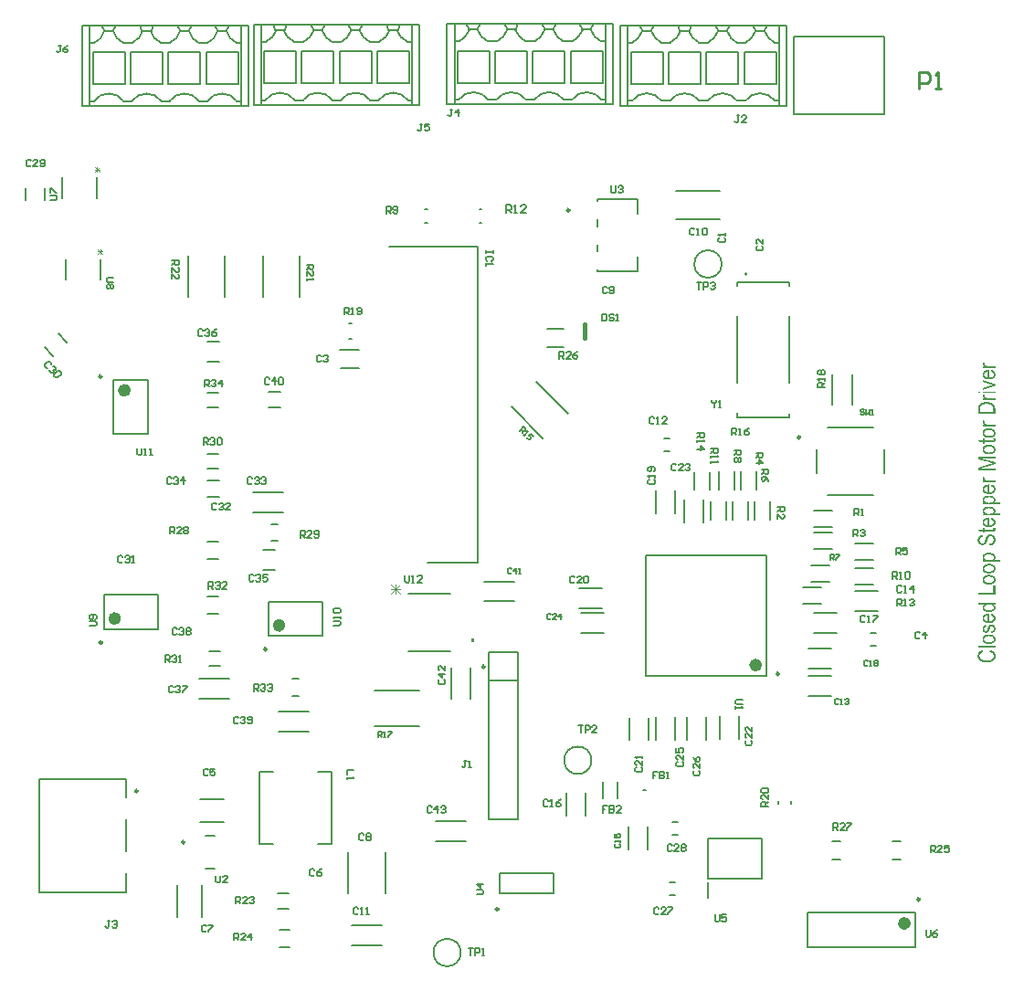
<source format=gbr>
G04*
G04 #@! TF.GenerationSoftware,Altium Limited,Altium Designer,25.2.1 (25)*
G04*
G04 Layer_Color=65535*
%FSLAX25Y25*%
%MOIN*%
G70*
G04*
G04 #@! TF.SameCoordinates,93333BF9-B9FA-480E-9F15-3530D08D3613*
G04*
G04*
G04 #@! TF.FilePolarity,Positive*
G04*
G01*
G75*
%ADD10C,0.00984*%
%ADD11C,0.00787*%
%ADD12C,0.02362*%
%ADD13C,0.00600*%
%ADD14C,0.00500*%
%ADD15C,0.01575*%
%ADD16C,0.01000*%
%ADD17C,0.00300*%
G36*
X166731Y125455D02*
X167731D01*
Y123955D01*
X166731D01*
Y125455D01*
D02*
G37*
G36*
X354233Y225963D02*
X354224Y225954D01*
X354205Y225926D01*
X354178Y225870D01*
X354150Y225815D01*
X354122Y225741D01*
X354095Y225667D01*
X354076Y225574D01*
X354067Y225491D01*
Y225454D01*
X354076Y225417D01*
X354085Y225371D01*
X354104Y225315D01*
X354132Y225251D01*
X354169Y225186D01*
X354215Y225121D01*
X354224Y225112D01*
X354242Y225093D01*
X354270Y225065D01*
X354316Y225028D01*
X354372Y224991D01*
X354437Y224955D01*
X354520Y224918D01*
X354612Y224890D01*
X354622D01*
X354631Y224881D01*
X354659D01*
X354686Y224871D01*
X354779Y224853D01*
X354899Y224834D01*
X355038Y224806D01*
X355195Y224788D01*
X355371Y224779D01*
X355556Y224769D01*
X357943D01*
Y224141D01*
X353364D01*
Y224714D01*
X354058D01*
X354048Y224723D01*
X353993Y224751D01*
X353909Y224788D01*
X353808Y224844D01*
X353697Y224908D01*
X353595Y224973D01*
X353502Y225038D01*
X353429Y225112D01*
X353419Y225121D01*
X353401Y225149D01*
X353373Y225186D01*
X353345Y225232D01*
X353317Y225297D01*
X353290Y225361D01*
X353271Y225435D01*
X353262Y225519D01*
Y225574D01*
X353271Y225639D01*
X353290Y225722D01*
X353327Y225824D01*
X353364Y225935D01*
X353429Y226055D01*
X353512Y226175D01*
X354233Y225963D01*
D02*
G37*
G36*
X355852Y220551D02*
X355861D01*
X355889D01*
X355926Y220561D01*
X355981D01*
X356046Y220570D01*
X356120Y220579D01*
X356287Y220607D01*
X356481Y220653D01*
X356675Y220718D01*
X356851Y220801D01*
X357017Y220903D01*
X357036Y220921D01*
X357082Y220958D01*
X357138Y221033D01*
X357212Y221125D01*
X357286Y221236D01*
X357341Y221365D01*
X357387Y221514D01*
X357406Y221680D01*
Y221708D01*
X357397Y221745D01*
X357387Y221800D01*
X357378Y221856D01*
X357360Y221920D01*
X357323Y221994D01*
X357286Y222069D01*
X357240Y222152D01*
X357175Y222235D01*
X357101Y222318D01*
X357008Y222401D01*
X356897Y222485D01*
X356777Y222550D01*
X356629Y222623D01*
X356463Y222679D01*
X356564Y223336D01*
X356574D01*
X356592Y223326D01*
X356638Y223317D01*
X356684Y223299D01*
X356749Y223280D01*
X356814Y223262D01*
X356980Y223197D01*
X357156Y223114D01*
X357341Y223012D01*
X357517Y222883D01*
X357674Y222734D01*
Y222725D01*
X357693Y222716D01*
X357711Y222688D01*
X357730Y222660D01*
X357794Y222568D01*
X357859Y222448D01*
X357924Y222290D01*
X357989Y222115D01*
X358026Y221902D01*
X358044Y221680D01*
Y221606D01*
X358035Y221550D01*
X358026Y221477D01*
X358016Y221403D01*
X357970Y221217D01*
X357896Y221014D01*
X357850Y220903D01*
X357794Y220792D01*
X357720Y220690D01*
X357637Y220579D01*
X357545Y220478D01*
X357443Y220385D01*
X357434Y220376D01*
X357415Y220367D01*
X357378Y220339D01*
X357332Y220311D01*
X357267Y220274D01*
X357193Y220228D01*
X357101Y220181D01*
X356999Y220145D01*
X356879Y220098D01*
X356749Y220052D01*
X356610Y220006D01*
X356453Y219969D01*
X356277Y219941D01*
X356102Y219913D01*
X355908Y219904D01*
X355695Y219895D01*
X355685D01*
X355639D01*
X355584D01*
X355501Y219904D01*
X355399Y219913D01*
X355288Y219922D01*
X355158Y219932D01*
X355029Y219959D01*
X354733Y220015D01*
X354437Y220098D01*
X354289Y220154D01*
X354150Y220228D01*
X354011Y220302D01*
X353891Y220385D01*
X353882Y220394D01*
X353863Y220413D01*
X353836Y220441D01*
X353789Y220478D01*
X353743Y220524D01*
X353688Y220579D01*
X353632Y220653D01*
X353576Y220727D01*
X353456Y220912D01*
X353364Y221134D01*
X353317Y221254D01*
X353290Y221375D01*
X353271Y221514D01*
X353262Y221652D01*
Y221726D01*
X353271Y221773D01*
X353280Y221837D01*
X353299Y221911D01*
X353336Y222078D01*
X353410Y222272D01*
X353466Y222374D01*
X353521Y222476D01*
X353595Y222577D01*
X353678Y222670D01*
X353771Y222772D01*
X353882Y222864D01*
X353891Y222873D01*
X353909Y222883D01*
X353946Y222910D01*
X353993Y222938D01*
X354058Y222975D01*
X354132Y223021D01*
X354224Y223067D01*
X354335Y223114D01*
X354446Y223151D01*
X354585Y223197D01*
X354724Y223243D01*
X354881Y223280D01*
X355057Y223308D01*
X355241Y223336D01*
X355436Y223345D01*
X355648Y223354D01*
X355852D01*
Y220551D01*
D02*
G37*
G36*
X357943Y218146D02*
Y217545D01*
X353364Y216121D01*
Y216787D01*
X356111Y217592D01*
X356120D01*
X356130Y217601D01*
X356157D01*
X356194Y217619D01*
X356277Y217638D01*
X356398Y217675D01*
X356537Y217712D01*
X356694Y217749D01*
X356860Y217795D01*
X357027Y217832D01*
X357008D01*
X356962Y217850D01*
X356888Y217869D01*
X356786Y217897D01*
X356657Y217924D01*
X356509Y217962D01*
X356342Y218008D01*
X356157Y218063D01*
X353364Y218905D01*
Y219562D01*
X357943Y218146D01*
D02*
G37*
G36*
Y214891D02*
X353364D01*
Y215519D01*
X357943D01*
Y214891D01*
D02*
G37*
G36*
X352513D02*
X351625D01*
Y215519D01*
X352513D01*
Y214891D01*
D02*
G37*
G36*
X354233Y214308D02*
X354224Y214299D01*
X354205Y214271D01*
X354178Y214215D01*
X354150Y214160D01*
X354122Y214086D01*
X354095Y214012D01*
X354076Y213919D01*
X354067Y213836D01*
Y213799D01*
X354076Y213762D01*
X354085Y213716D01*
X354104Y213660D01*
X354132Y213596D01*
X354169Y213531D01*
X354215Y213466D01*
X354224Y213457D01*
X354242Y213438D01*
X354270Y213410D01*
X354316Y213373D01*
X354372Y213336D01*
X354437Y213299D01*
X354520Y213263D01*
X354612Y213235D01*
X354622D01*
X354631Y213226D01*
X354659D01*
X354686Y213216D01*
X354779Y213198D01*
X354899Y213179D01*
X355038Y213152D01*
X355195Y213133D01*
X355371Y213124D01*
X355556Y213115D01*
X357943D01*
Y212486D01*
X353364D01*
Y213059D01*
X354058D01*
X354048Y213068D01*
X353993Y213096D01*
X353909Y213133D01*
X353808Y213189D01*
X353697Y213253D01*
X353595Y213318D01*
X353502Y213383D01*
X353429Y213457D01*
X353419Y213466D01*
X353401Y213494D01*
X353373Y213531D01*
X353345Y213577D01*
X353317Y213642D01*
X353290Y213706D01*
X353271Y213780D01*
X353262Y213864D01*
Y213919D01*
X353271Y213984D01*
X353290Y214067D01*
X353327Y214169D01*
X353364Y214280D01*
X353429Y214400D01*
X353512Y214521D01*
X354233Y214308D01*
D02*
G37*
G36*
X355019Y211607D02*
X355131Y211597D01*
X355251Y211588D01*
X355380Y211579D01*
X355667Y211542D01*
X355972Y211487D01*
X356277Y211403D01*
X356574Y211301D01*
X356583D01*
X356610Y211283D01*
X356647Y211274D01*
X356694Y211246D01*
X356758Y211209D01*
X356823Y211172D01*
X356990Y211080D01*
X357166Y210968D01*
X357341Y210830D01*
X357499Y210663D01*
X357573Y210580D01*
X357637Y210488D01*
Y210478D01*
X357646Y210469D01*
X357665Y210441D01*
X357683Y210395D01*
X357711Y210349D01*
X357730Y210293D01*
X357757Y210219D01*
X357785Y210145D01*
X357822Y210053D01*
X357850Y209960D01*
X357896Y209738D01*
X357933Y209489D01*
X357943Y209202D01*
Y207333D01*
X351625D01*
Y209285D01*
X351634Y209350D01*
X351643Y209498D01*
X351653Y209655D01*
X351671Y209822D01*
X351708Y209988D01*
X351745Y210127D01*
Y210136D01*
X351754Y210145D01*
X351773Y210201D01*
X351810Y210284D01*
X351865Y210395D01*
X351948Y210515D01*
X352041Y210645D01*
X352161Y210774D01*
X352300Y210904D01*
X352319Y210922D01*
X352374Y210959D01*
X352457Y211015D01*
X352577Y211098D01*
X352716Y211181D01*
X352892Y211264D01*
X353086Y211348D01*
X353308Y211422D01*
X353317D01*
X353336Y211431D01*
X353373Y211440D01*
X353419Y211450D01*
X353475Y211468D01*
X353549Y211487D01*
X353623Y211505D01*
X353715Y211524D01*
X353817Y211533D01*
X353928Y211551D01*
X354178Y211588D01*
X354446Y211607D01*
X354751Y211616D01*
X354761D01*
X354798D01*
X354853D01*
X354927D01*
X355019Y211607D01*
D02*
G37*
G36*
X354233Y204660D02*
X354224Y204651D01*
X354205Y204623D01*
X354178Y204568D01*
X354150Y204512D01*
X354122Y204438D01*
X354095Y204364D01*
X354076Y204272D01*
X354067Y204188D01*
Y204151D01*
X354076Y204114D01*
X354085Y204068D01*
X354104Y204012D01*
X354132Y203948D01*
X354169Y203883D01*
X354215Y203818D01*
X354224Y203809D01*
X354242Y203790D01*
X354270Y203763D01*
X354316Y203726D01*
X354372Y203689D01*
X354437Y203652D01*
X354520Y203615D01*
X354612Y203587D01*
X354622D01*
X354631Y203578D01*
X354659D01*
X354686Y203569D01*
X354779Y203550D01*
X354899Y203532D01*
X355038Y203504D01*
X355195Y203485D01*
X355371Y203476D01*
X355556Y203467D01*
X357943D01*
Y202838D01*
X353364D01*
Y203411D01*
X354058D01*
X354048Y203420D01*
X353993Y203448D01*
X353909Y203485D01*
X353808Y203541D01*
X353697Y203606D01*
X353595Y203670D01*
X353502Y203735D01*
X353429Y203809D01*
X353419Y203818D01*
X353401Y203846D01*
X353373Y203883D01*
X353345Y203929D01*
X353317Y203994D01*
X353290Y204059D01*
X353271Y204133D01*
X353262Y204216D01*
Y204272D01*
X353271Y204336D01*
X353290Y204419D01*
X353327Y204521D01*
X353364Y204632D01*
X353429Y204752D01*
X353512Y204873D01*
X354233Y204660D01*
D02*
G37*
G36*
X355815Y202079D02*
X355917Y202070D01*
X356028Y202061D01*
X356167Y202051D01*
X356305Y202024D01*
X356601Y201968D01*
X356907Y201876D01*
X357054Y201820D01*
X357193Y201755D01*
X357323Y201681D01*
X357443Y201589D01*
X357452Y201580D01*
X357471Y201571D01*
X357499Y201543D01*
X357536Y201497D01*
X357582Y201450D01*
X357637Y201395D01*
X357683Y201321D01*
X357739Y201247D01*
X357850Y201062D01*
X357952Y200849D01*
X357989Y200729D01*
X358016Y200599D01*
X358035Y200470D01*
X358044Y200331D01*
Y200257D01*
X358035Y200202D01*
X358026Y200137D01*
X358016Y200063D01*
X357970Y199887D01*
X357896Y199693D01*
X357850Y199591D01*
X357794Y199480D01*
X357720Y199378D01*
X357637Y199267D01*
X357545Y199165D01*
X357443Y199073D01*
X357434Y199064D01*
X357415Y199055D01*
X357378Y199027D01*
X357332Y198999D01*
X357267Y198962D01*
X357193Y198916D01*
X357101Y198870D01*
X356990Y198823D01*
X356879Y198777D01*
X356740Y198731D01*
X356592Y198694D01*
X356435Y198647D01*
X356259Y198620D01*
X356074Y198592D01*
X355871Y198583D01*
X355658Y198574D01*
X355648D01*
X355602D01*
X355547D01*
X355464Y198583D01*
X355362Y198592D01*
X355251Y198601D01*
X355121Y198610D01*
X354992Y198638D01*
X354705Y198694D01*
X354409Y198777D01*
X354261Y198832D01*
X354122Y198907D01*
X353993Y198980D01*
X353872Y199064D01*
X353863Y199073D01*
X353845Y199091D01*
X353817Y199119D01*
X353780Y199156D01*
X353734Y199203D01*
X353678Y199258D01*
X353623Y199332D01*
X353567Y199406D01*
X353456Y199591D01*
X353355Y199813D01*
X353317Y199933D01*
X353290Y200054D01*
X353271Y200192D01*
X353262Y200331D01*
Y200405D01*
X353271Y200461D01*
X353280Y200516D01*
X353290Y200599D01*
X353336Y200766D01*
X353410Y200969D01*
X353456Y201071D01*
X353521Y201173D01*
X353586Y201284D01*
X353669Y201385D01*
X353762Y201487D01*
X353872Y201580D01*
X353882Y201589D01*
X353900Y201598D01*
X353937Y201626D01*
X353983Y201663D01*
X354048Y201700D01*
X354122Y201737D01*
X354215Y201783D01*
X354316Y201839D01*
X354428Y201885D01*
X354557Y201931D01*
X354705Y201968D01*
X354862Y202005D01*
X355029Y202042D01*
X355214Y202070D01*
X355408Y202079D01*
X355611Y202088D01*
X355621D01*
X355667D01*
X355732D01*
X355815Y202079D01*
D02*
G37*
G36*
X357943Y198277D02*
X357952Y198240D01*
X357961Y198194D01*
X357970Y198129D01*
X357989Y198056D01*
X357998Y197972D01*
X358007Y197815D01*
Y197759D01*
X357998Y197695D01*
X357989Y197621D01*
X357979Y197538D01*
X357952Y197445D01*
X357924Y197362D01*
X357878Y197278D01*
X357869Y197269D01*
X357850Y197251D01*
X357822Y197214D01*
X357785Y197177D01*
X357739Y197131D01*
X357674Y197084D01*
X357600Y197047D01*
X357526Y197010D01*
X357517D01*
X357480Y197001D01*
X357415Y196992D01*
X357323Y196973D01*
X357203Y196964D01*
X357129Y196955D01*
X357045Y196946D01*
X356953D01*
X356842Y196936D01*
X356731D01*
X356610D01*
X353965D01*
Y196474D01*
X353364D01*
Y196936D01*
X352226D01*
X351764Y197565D01*
X353364D01*
Y198204D01*
X353965D01*
Y197565D01*
X356657D01*
X356675D01*
X356712D01*
X356777D01*
X356851Y197574D01*
X356934D01*
X357017Y197593D01*
X357082Y197602D01*
X357138Y197621D01*
X357147D01*
X357156Y197639D01*
X357184Y197658D01*
X357212Y197686D01*
X357240Y197722D01*
X357258Y197778D01*
X357277Y197843D01*
X357286Y197917D01*
Y197991D01*
X357277Y198083D01*
X357258Y198204D01*
X357943Y198287D01*
Y198277D01*
D02*
G37*
G36*
X355815Y196039D02*
X355917Y196030D01*
X356028Y196020D01*
X356167Y196011D01*
X356305Y195984D01*
X356601Y195928D01*
X356907Y195835D01*
X357054Y195780D01*
X357193Y195715D01*
X357323Y195641D01*
X357443Y195549D01*
X357452Y195539D01*
X357471Y195530D01*
X357499Y195502D01*
X357536Y195456D01*
X357582Y195410D01*
X357637Y195354D01*
X357683Y195281D01*
X357739Y195206D01*
X357850Y195021D01*
X357952Y194809D01*
X357989Y194688D01*
X358016Y194559D01*
X358035Y194430D01*
X358044Y194291D01*
Y194217D01*
X358035Y194161D01*
X358026Y194097D01*
X358016Y194023D01*
X357970Y193847D01*
X357896Y193652D01*
X357850Y193551D01*
X357794Y193440D01*
X357720Y193338D01*
X357637Y193227D01*
X357545Y193125D01*
X357443Y193033D01*
X357434Y193024D01*
X357415Y193014D01*
X357378Y192987D01*
X357332Y192959D01*
X357267Y192922D01*
X357193Y192876D01*
X357101Y192829D01*
X356990Y192783D01*
X356879Y192737D01*
X356740Y192691D01*
X356592Y192654D01*
X356435Y192607D01*
X356259Y192579D01*
X356074Y192552D01*
X355871Y192543D01*
X355658Y192533D01*
X355648D01*
X355602D01*
X355547D01*
X355464Y192543D01*
X355362Y192552D01*
X355251Y192561D01*
X355121Y192570D01*
X354992Y192598D01*
X354705Y192654D01*
X354409Y192737D01*
X354261Y192792D01*
X354122Y192866D01*
X353993Y192940D01*
X353872Y193024D01*
X353863Y193033D01*
X353845Y193051D01*
X353817Y193079D01*
X353780Y193116D01*
X353734Y193162D01*
X353678Y193218D01*
X353623Y193292D01*
X353567Y193366D01*
X353456Y193551D01*
X353355Y193773D01*
X353317Y193893D01*
X353290Y194013D01*
X353271Y194152D01*
X353262Y194291D01*
Y194365D01*
X353271Y194420D01*
X353280Y194476D01*
X353290Y194559D01*
X353336Y194726D01*
X353410Y194929D01*
X353456Y195031D01*
X353521Y195133D01*
X353586Y195244D01*
X353669Y195345D01*
X353762Y195447D01*
X353872Y195539D01*
X353882Y195549D01*
X353900Y195558D01*
X353937Y195586D01*
X353983Y195623D01*
X354048Y195660D01*
X354122Y195697D01*
X354215Y195743D01*
X354316Y195799D01*
X354428Y195845D01*
X354557Y195891D01*
X354705Y195928D01*
X354862Y195965D01*
X355029Y196002D01*
X355214Y196030D01*
X355408Y196039D01*
X355611Y196048D01*
X355621D01*
X355667D01*
X355732D01*
X355815Y196039D01*
D02*
G37*
G36*
X357943Y191090D02*
X352633D01*
X357943Y189573D01*
Y188963D01*
X352550Y187464D01*
X357943D01*
Y186808D01*
X351625D01*
Y187834D01*
X356102Y189055D01*
X357036Y189305D01*
X357017Y189314D01*
X356971Y189323D01*
X356888Y189342D01*
X356777Y189379D01*
X356638Y189416D01*
X356463Y189462D01*
X356259Y189518D01*
X356028Y189583D01*
X351625Y190822D01*
Y191747D01*
X357943D01*
Y191090D01*
D02*
G37*
G36*
X354233Y184143D02*
X354224Y184134D01*
X354205Y184107D01*
X354178Y184051D01*
X354150Y183995D01*
X354122Y183922D01*
X354095Y183847D01*
X354076Y183755D01*
X354067Y183672D01*
Y183635D01*
X354076Y183598D01*
X354085Y183552D01*
X354104Y183496D01*
X354132Y183431D01*
X354169Y183367D01*
X354215Y183302D01*
X354224Y183292D01*
X354242Y183274D01*
X354270Y183246D01*
X354316Y183209D01*
X354372Y183172D01*
X354437Y183135D01*
X354520Y183098D01*
X354612Y183071D01*
X354622D01*
X354631Y183061D01*
X354659D01*
X354686Y183052D01*
X354779Y183034D01*
X354899Y183015D01*
X355038Y182987D01*
X355195Y182969D01*
X355371Y182959D01*
X355556Y182950D01*
X357943D01*
Y182321D01*
X353364D01*
Y182895D01*
X354058D01*
X354048Y182904D01*
X353993Y182932D01*
X353909Y182969D01*
X353808Y183024D01*
X353697Y183089D01*
X353595Y183154D01*
X353502Y183219D01*
X353429Y183292D01*
X353419Y183302D01*
X353401Y183329D01*
X353373Y183367D01*
X353345Y183413D01*
X353317Y183477D01*
X353290Y183542D01*
X353271Y183616D01*
X353262Y183700D01*
Y183755D01*
X353271Y183820D01*
X353290Y183903D01*
X353327Y184005D01*
X353364Y184116D01*
X353429Y184236D01*
X353512Y184356D01*
X354233Y184143D01*
D02*
G37*
G36*
X355852Y178732D02*
X355861D01*
X355889D01*
X355926Y178742D01*
X355981D01*
X356046Y178751D01*
X356120Y178760D01*
X356287Y178788D01*
X356481Y178834D01*
X356675Y178899D01*
X356851Y178982D01*
X357017Y179084D01*
X357036Y179102D01*
X357082Y179139D01*
X357138Y179213D01*
X357212Y179306D01*
X357286Y179417D01*
X357341Y179546D01*
X357387Y179694D01*
X357406Y179861D01*
Y179888D01*
X357397Y179926D01*
X357387Y179981D01*
X357378Y180036D01*
X357360Y180101D01*
X357323Y180175D01*
X357286Y180249D01*
X357240Y180333D01*
X357175Y180416D01*
X357101Y180499D01*
X357008Y180582D01*
X356897Y180666D01*
X356777Y180730D01*
X356629Y180804D01*
X356463Y180860D01*
X356564Y181517D01*
X356574D01*
X356592Y181507D01*
X356638Y181498D01*
X356684Y181480D01*
X356749Y181461D01*
X356814Y181442D01*
X356980Y181378D01*
X357156Y181295D01*
X357341Y181193D01*
X357517Y181063D01*
X357674Y180915D01*
Y180906D01*
X357693Y180897D01*
X357711Y180869D01*
X357730Y180841D01*
X357794Y180749D01*
X357859Y180629D01*
X357924Y180471D01*
X357989Y180296D01*
X358026Y180083D01*
X358044Y179861D01*
Y179787D01*
X358035Y179731D01*
X358026Y179657D01*
X358016Y179583D01*
X357970Y179398D01*
X357896Y179195D01*
X357850Y179084D01*
X357794Y178973D01*
X357720Y178871D01*
X357637Y178760D01*
X357545Y178658D01*
X357443Y178566D01*
X357434Y178557D01*
X357415Y178547D01*
X357378Y178519D01*
X357332Y178492D01*
X357267Y178455D01*
X357193Y178409D01*
X357101Y178362D01*
X356999Y178325D01*
X356879Y178279D01*
X356749Y178233D01*
X356610Y178187D01*
X356453Y178149D01*
X356277Y178122D01*
X356102Y178094D01*
X355908Y178085D01*
X355695Y178076D01*
X355685D01*
X355639D01*
X355584D01*
X355501Y178085D01*
X355399Y178094D01*
X355288Y178103D01*
X355158Y178112D01*
X355029Y178140D01*
X354733Y178196D01*
X354437Y178279D01*
X354289Y178334D01*
X354150Y178409D01*
X354011Y178482D01*
X353891Y178566D01*
X353882Y178575D01*
X353863Y178594D01*
X353836Y178621D01*
X353789Y178658D01*
X353743Y178705D01*
X353688Y178760D01*
X353632Y178834D01*
X353576Y178908D01*
X353456Y179093D01*
X353364Y179315D01*
X353317Y179435D01*
X353290Y179555D01*
X353271Y179694D01*
X353262Y179833D01*
Y179907D01*
X353271Y179953D01*
X353280Y180018D01*
X353299Y180092D01*
X353336Y180259D01*
X353410Y180453D01*
X353466Y180554D01*
X353521Y180656D01*
X353595Y180758D01*
X353678Y180851D01*
X353771Y180952D01*
X353882Y181045D01*
X353891Y181054D01*
X353909Y181063D01*
X353946Y181091D01*
X353993Y181119D01*
X354058Y181156D01*
X354132Y181202D01*
X354224Y181248D01*
X354335Y181295D01*
X354446Y181332D01*
X354585Y181378D01*
X354724Y181424D01*
X354881Y181461D01*
X355057Y181489D01*
X355241Y181517D01*
X355436Y181526D01*
X355648Y181535D01*
X355852D01*
Y178732D01*
D02*
G37*
G36*
X355815Y177521D02*
X355908Y177511D01*
X356018Y177502D01*
X356148Y177493D01*
X356277Y177465D01*
X356574Y177410D01*
X356870Y177326D01*
X357017Y177271D01*
X357156Y177206D01*
X357295Y177123D01*
X357415Y177040D01*
X357424Y177030D01*
X357443Y177021D01*
X357471Y176993D01*
X357517Y176956D01*
X357563Y176910D01*
X357610Y176845D01*
X357730Y176716D01*
X357841Y176540D01*
X357943Y176346D01*
X357989Y176235D01*
X358016Y176124D01*
X358035Y176004D01*
X358044Y175883D01*
Y175837D01*
X358035Y175782D01*
X358026Y175707D01*
X358007Y175624D01*
X357979Y175532D01*
X357943Y175439D01*
X357896Y175338D01*
X357887Y175328D01*
X357869Y175301D01*
X357832Y175245D01*
X357785Y175189D01*
X357730Y175125D01*
X357656Y175051D01*
X357573Y174977D01*
X357471Y174903D01*
X359700D01*
Y174274D01*
X353364D01*
Y174856D01*
X353965D01*
X353946Y174866D01*
X353900Y174893D01*
X353836Y174940D01*
X353762Y174995D01*
X353669Y175069D01*
X353586Y175143D01*
X353502Y175236D01*
X353429Y175328D01*
X353419Y175338D01*
X353401Y175374D01*
X353373Y175430D01*
X353345Y175504D01*
X353317Y175596D01*
X353290Y175698D01*
X353271Y175809D01*
X353262Y175929D01*
Y176004D01*
X353271Y176087D01*
X353299Y176198D01*
X353327Y176318D01*
X353373Y176457D01*
X353438Y176595D01*
X353530Y176734D01*
X353539Y176753D01*
X353576Y176790D01*
X353641Y176864D01*
X353725Y176938D01*
X353836Y177030D01*
X353974Y177132D01*
X354141Y177225D01*
X354326Y177308D01*
X354335D01*
X354353Y177317D01*
X354381Y177326D01*
X354418Y177345D01*
X354474Y177363D01*
X354538Y177382D01*
X354603Y177400D01*
X354686Y177419D01*
X354881Y177456D01*
X355094Y177493D01*
X355343Y177521D01*
X355621Y177530D01*
X355630D01*
X355676D01*
X355732D01*
X355815Y177521D01*
D02*
G37*
G36*
Y173497D02*
X355908Y173487D01*
X356018Y173478D01*
X356148Y173469D01*
X356277Y173441D01*
X356574Y173386D01*
X356870Y173302D01*
X357017Y173247D01*
X357156Y173182D01*
X357295Y173099D01*
X357415Y173016D01*
X357424Y173006D01*
X357443Y172997D01*
X357471Y172969D01*
X357517Y172933D01*
X357563Y172886D01*
X357610Y172821D01*
X357730Y172692D01*
X357841Y172516D01*
X357943Y172322D01*
X357989Y172211D01*
X358016Y172100D01*
X358035Y171980D01*
X358044Y171860D01*
Y171813D01*
X358035Y171758D01*
X358026Y171684D01*
X358007Y171600D01*
X357979Y171508D01*
X357943Y171415D01*
X357896Y171314D01*
X357887Y171305D01*
X357869Y171277D01*
X357832Y171221D01*
X357785Y171166D01*
X357730Y171101D01*
X357656Y171027D01*
X357573Y170953D01*
X357471Y170879D01*
X359700D01*
Y170250D01*
X353364D01*
Y170833D01*
X353965D01*
X353946Y170842D01*
X353900Y170870D01*
X353836Y170916D01*
X353762Y170972D01*
X353669Y171045D01*
X353586Y171119D01*
X353502Y171212D01*
X353429Y171305D01*
X353419Y171314D01*
X353401Y171351D01*
X353373Y171406D01*
X353345Y171480D01*
X353317Y171573D01*
X353290Y171675D01*
X353271Y171785D01*
X353262Y171906D01*
Y171980D01*
X353271Y172063D01*
X353299Y172174D01*
X353327Y172294D01*
X353373Y172433D01*
X353438Y172572D01*
X353530Y172711D01*
X353539Y172729D01*
X353576Y172766D01*
X353641Y172840D01*
X353725Y172914D01*
X353836Y173006D01*
X353974Y173108D01*
X354141Y173201D01*
X354326Y173284D01*
X354335D01*
X354353Y173293D01*
X354381Y173302D01*
X354418Y173321D01*
X354474Y173339D01*
X354538Y173358D01*
X354603Y173377D01*
X354686Y173395D01*
X354881Y173432D01*
X355094Y173469D01*
X355343Y173497D01*
X355621Y173506D01*
X355630D01*
X355676D01*
X355732D01*
X355815Y173497D01*
D02*
G37*
G36*
X355852Y166661D02*
X355861D01*
X355889D01*
X355926Y166670D01*
X355981D01*
X356046Y166680D01*
X356120Y166689D01*
X356287Y166717D01*
X356481Y166763D01*
X356675Y166827D01*
X356851Y166911D01*
X357017Y167013D01*
X357036Y167031D01*
X357082Y167068D01*
X357138Y167142D01*
X357212Y167235D01*
X357286Y167345D01*
X357341Y167475D01*
X357387Y167623D01*
X357406Y167789D01*
Y167817D01*
X357397Y167854D01*
X357387Y167910D01*
X357378Y167965D01*
X357360Y168030D01*
X357323Y168104D01*
X357286Y168178D01*
X357240Y168261D01*
X357175Y168344D01*
X357101Y168428D01*
X357008Y168511D01*
X356897Y168594D01*
X356777Y168659D01*
X356629Y168733D01*
X356463Y168789D01*
X356564Y169445D01*
X356574D01*
X356592Y169436D01*
X356638Y169427D01*
X356684Y169408D01*
X356749Y169390D01*
X356814Y169371D01*
X356980Y169307D01*
X357156Y169223D01*
X357341Y169122D01*
X357517Y168992D01*
X357674Y168844D01*
Y168835D01*
X357693Y168825D01*
X357711Y168798D01*
X357730Y168770D01*
X357794Y168677D01*
X357859Y168557D01*
X357924Y168400D01*
X357989Y168224D01*
X358026Y168011D01*
X358044Y167789D01*
Y167716D01*
X358035Y167660D01*
X358026Y167586D01*
X358016Y167512D01*
X357970Y167327D01*
X357896Y167123D01*
X357850Y167013D01*
X357794Y166902D01*
X357720Y166800D01*
X357637Y166689D01*
X357545Y166587D01*
X357443Y166495D01*
X357434Y166485D01*
X357415Y166476D01*
X357378Y166448D01*
X357332Y166420D01*
X357267Y166384D01*
X357193Y166337D01*
X357101Y166291D01*
X356999Y166254D01*
X356879Y166208D01*
X356749Y166162D01*
X356610Y166115D01*
X356453Y166078D01*
X356277Y166051D01*
X356102Y166023D01*
X355908Y166014D01*
X355695Y166004D01*
X355685D01*
X355639D01*
X355584D01*
X355501Y166014D01*
X355399Y166023D01*
X355288Y166032D01*
X355158Y166041D01*
X355029Y166069D01*
X354733Y166124D01*
X354437Y166208D01*
X354289Y166263D01*
X354150Y166337D01*
X354011Y166411D01*
X353891Y166495D01*
X353882Y166504D01*
X353863Y166522D01*
X353836Y166550D01*
X353789Y166587D01*
X353743Y166633D01*
X353688Y166689D01*
X353632Y166763D01*
X353576Y166837D01*
X353456Y167022D01*
X353364Y167244D01*
X353317Y167364D01*
X353290Y167484D01*
X353271Y167623D01*
X353262Y167762D01*
Y167836D01*
X353271Y167882D01*
X353280Y167947D01*
X353299Y168021D01*
X353336Y168187D01*
X353410Y168382D01*
X353466Y168483D01*
X353521Y168585D01*
X353595Y168687D01*
X353678Y168779D01*
X353771Y168881D01*
X353882Y168974D01*
X353891Y168983D01*
X353909Y168992D01*
X353946Y169020D01*
X353993Y169047D01*
X354058Y169085D01*
X354132Y169131D01*
X354224Y169177D01*
X354335Y169223D01*
X354446Y169260D01*
X354585Y169307D01*
X354724Y169353D01*
X354881Y169390D01*
X355057Y169418D01*
X355241Y169445D01*
X355436Y169455D01*
X355648Y169464D01*
X355852D01*
Y166661D01*
D02*
G37*
G36*
X357943Y165690D02*
X357952Y165653D01*
X357961Y165606D01*
X357970Y165542D01*
X357989Y165468D01*
X357998Y165384D01*
X358007Y165227D01*
Y165172D01*
X357998Y165107D01*
X357989Y165033D01*
X357979Y164950D01*
X357952Y164857D01*
X357924Y164774D01*
X357878Y164691D01*
X357869Y164681D01*
X357850Y164663D01*
X357822Y164626D01*
X357785Y164589D01*
X357739Y164543D01*
X357674Y164497D01*
X357600Y164460D01*
X357526Y164423D01*
X357517D01*
X357480Y164413D01*
X357415Y164404D01*
X357323Y164385D01*
X357203Y164376D01*
X357129Y164367D01*
X357045Y164358D01*
X356953D01*
X356842Y164348D01*
X356731D01*
X356610D01*
X353965D01*
Y163886D01*
X353364D01*
Y164348D01*
X352226D01*
X351764Y164978D01*
X353364D01*
Y165616D01*
X353965D01*
Y164978D01*
X356657D01*
X356675D01*
X356712D01*
X356777D01*
X356851Y164987D01*
X356934D01*
X357017Y165005D01*
X357082Y165015D01*
X357138Y165033D01*
X357147D01*
X357156Y165051D01*
X357184Y165070D01*
X357212Y165098D01*
X357240Y165135D01*
X357258Y165190D01*
X357277Y165255D01*
X357286Y165329D01*
Y165403D01*
X357277Y165496D01*
X357258Y165616D01*
X357943Y165699D01*
Y165690D01*
D02*
G37*
G36*
X356342Y163349D02*
X356472Y163331D01*
X356629Y163294D01*
X356796Y163248D01*
X356971Y163183D01*
X357138Y163100D01*
X357147D01*
X357156Y163091D01*
X357212Y163054D01*
X357286Y162998D01*
X357387Y162924D01*
X357499Y162822D01*
X357610Y162702D01*
X357720Y162563D01*
X357813Y162406D01*
Y162397D01*
X357822Y162388D01*
X357832Y162360D01*
X357850Y162332D01*
X357887Y162240D01*
X357924Y162110D01*
X357970Y161962D01*
X358007Y161777D01*
X358035Y161574D01*
X358044Y161352D01*
Y161259D01*
X358035Y161194D01*
X358026Y161111D01*
X358016Y161019D01*
X357998Y160917D01*
X357970Y160796D01*
X357906Y160556D01*
X357859Y160426D01*
X357804Y160297D01*
X357739Y160168D01*
X357656Y160047D01*
X357573Y159927D01*
X357471Y159816D01*
X357462Y159807D01*
X357443Y159788D01*
X357406Y159760D01*
X357360Y159723D01*
X357304Y159687D01*
X357230Y159640D01*
X357147Y159585D01*
X357054Y159529D01*
X356953Y159474D01*
X356833Y159427D01*
X356703Y159381D01*
X356564Y159335D01*
X356407Y159298D01*
X356250Y159261D01*
X356083Y159242D01*
X355898Y159233D01*
X355834Y159871D01*
X355843D01*
X355852D01*
X355880Y159881D01*
X355917D01*
X356018Y159899D01*
X356130Y159918D01*
X356268Y159945D01*
X356398Y159992D01*
X356527Y160038D01*
X356647Y160103D01*
X356657Y160112D01*
X356694Y160140D01*
X356749Y160177D01*
X356814Y160241D01*
X356888Y160316D01*
X356962Y160408D01*
X357036Y160510D01*
X357110Y160630D01*
X357119Y160649D01*
X357138Y160695D01*
X357166Y160759D01*
X357193Y160852D01*
X357230Y160972D01*
X357258Y161102D01*
X357277Y161240D01*
X357286Y161398D01*
Y161453D01*
X357277Y161500D01*
X357267Y161610D01*
X357249Y161749D01*
X357212Y161897D01*
X357156Y162055D01*
X357091Y162212D01*
X356990Y162350D01*
X356971Y162369D01*
X356934Y162406D01*
X356870Y162461D01*
X356786Y162526D01*
X356675Y162582D01*
X356537Y162637D01*
X356388Y162674D01*
X356222Y162693D01*
X356213D01*
X356176D01*
X356120Y162683D01*
X356055Y162674D01*
X355981Y162665D01*
X355898Y162637D01*
X355824Y162610D01*
X355741Y162563D01*
X355732Y162554D01*
X355704Y162545D01*
X355667Y162508D01*
X355621Y162471D01*
X355565Y162425D01*
X355510Y162360D01*
X355454Y162286D01*
X355399Y162193D01*
X355389Y162184D01*
X355371Y162138D01*
X355343Y162073D01*
X355325Y162027D01*
X355297Y161962D01*
X355269Y161897D01*
X355241Y161823D01*
X355214Y161731D01*
X355177Y161638D01*
X355140Y161527D01*
X355103Y161407D01*
X355066Y161268D01*
X355019Y161120D01*
Y161111D01*
X355010Y161092D01*
X355001Y161056D01*
X354982Y161000D01*
X354964Y160944D01*
X354936Y160871D01*
X354881Y160713D01*
X354816Y160547D01*
X354742Y160371D01*
X354668Y160214D01*
X354622Y160140D01*
X354585Y160075D01*
X354575Y160066D01*
X354548Y160029D01*
X354492Y159973D01*
X354428Y159899D01*
X354353Y159825D01*
X354261Y159742D01*
X354150Y159668D01*
X354030Y159594D01*
X354011Y159585D01*
X353965Y159566D01*
X353900Y159538D01*
X353808Y159511D01*
X353688Y159483D01*
X353558Y159455D01*
X353410Y159437D01*
X353253Y159427D01*
X353243D01*
X353216D01*
X353179D01*
X353123Y159437D01*
X353059Y159446D01*
X352984Y159455D01*
X352809Y159492D01*
X352614Y159548D01*
X352402Y159631D01*
X352300Y159687D01*
X352198Y159760D01*
X352097Y159835D01*
X352004Y159918D01*
X351995Y159927D01*
X351986Y159945D01*
X351958Y159973D01*
X351930Y160010D01*
X351893Y160056D01*
X351847Y160121D01*
X351800Y160195D01*
X351754Y160269D01*
X351717Y160362D01*
X351671Y160464D01*
X351625Y160574D01*
X351588Y160695D01*
X351532Y160963D01*
X351523Y161102D01*
X351514Y161259D01*
Y161352D01*
X351523Y161407D01*
Y161462D01*
X351541Y161601D01*
X351569Y161758D01*
X351616Y161925D01*
X351671Y162101D01*
X351745Y162267D01*
Y162276D01*
X351754Y162286D01*
X351791Y162341D01*
X351837Y162415D01*
X351911Y162517D01*
X352004Y162628D01*
X352115Y162739D01*
X352254Y162841D01*
X352402Y162943D01*
X352411D01*
X352420Y162952D01*
X352476Y162979D01*
X352568Y163016D01*
X352689Y163063D01*
X352836Y163109D01*
X353003Y163155D01*
X353197Y163183D01*
X353401Y163201D01*
X353466Y162545D01*
X353456D01*
X353438D01*
X353410Y162536D01*
X353364D01*
X353253Y162508D01*
X353123Y162480D01*
X352975Y162425D01*
X352827Y162360D01*
X352679Y162276D01*
X352559Y162165D01*
X352550Y162147D01*
X352513Y162110D01*
X352467Y162036D01*
X352402Y161934D01*
X352346Y161814D01*
X352300Y161657D01*
X352263Y161481D01*
X352254Y161277D01*
Y161185D01*
X352263Y161074D01*
X352291Y160944D01*
X352319Y160806D01*
X352365Y160658D01*
X352430Y160519D01*
X352522Y160389D01*
X352531Y160380D01*
X352568Y160343D01*
X352624Y160297D01*
X352698Y160241D01*
X352800Y160177D01*
X352910Y160131D01*
X353040Y160093D01*
X353188Y160084D01*
X353206D01*
X353253D01*
X353317Y160093D01*
X353401Y160112D01*
X353502Y160140D01*
X353595Y160177D01*
X353697Y160232D01*
X353780Y160306D01*
X353789Y160316D01*
X353817Y160353D01*
X353854Y160417D01*
X353909Y160519D01*
X353946Y160574D01*
X353974Y160649D01*
X354011Y160732D01*
X354048Y160824D01*
X354085Y160926D01*
X354122Y161046D01*
X354169Y161176D01*
X354205Y161314D01*
Y161324D01*
X354215Y161352D01*
X354224Y161389D01*
X354242Y161444D01*
X354261Y161500D01*
X354279Y161574D01*
X354335Y161740D01*
X354391Y161916D01*
X354455Y162092D01*
X354511Y162258D01*
X354548Y162332D01*
X354575Y162397D01*
Y162406D01*
X354585Y162415D01*
X354622Y162471D01*
X354668Y162563D01*
X354742Y162665D01*
X354835Y162776D01*
X354945Y162896D01*
X355075Y163007D01*
X355214Y163109D01*
X355232Y163118D01*
X355278Y163146D01*
X355362Y163192D01*
X355473Y163239D01*
X355611Y163276D01*
X355769Y163322D01*
X355954Y163349D01*
X356148Y163359D01*
X356157D01*
X356176D01*
X356204D01*
X356241D01*
X356342Y163349D01*
D02*
G37*
G36*
X355815Y156588D02*
X355908Y156579D01*
X356018Y156569D01*
X356148Y156560D01*
X356277Y156532D01*
X356574Y156477D01*
X356870Y156394D01*
X357017Y156338D01*
X357156Y156273D01*
X357295Y156190D01*
X357415Y156107D01*
X357424Y156097D01*
X357443Y156088D01*
X357471Y156061D01*
X357517Y156024D01*
X357563Y155977D01*
X357610Y155912D01*
X357730Y155783D01*
X357841Y155607D01*
X357943Y155413D01*
X357989Y155302D01*
X358016Y155191D01*
X358035Y155071D01*
X358044Y154950D01*
Y154904D01*
X358035Y154849D01*
X358026Y154775D01*
X358007Y154692D01*
X357979Y154599D01*
X357943Y154507D01*
X357896Y154405D01*
X357887Y154395D01*
X357869Y154368D01*
X357832Y154312D01*
X357785Y154257D01*
X357730Y154192D01*
X357656Y154118D01*
X357573Y154044D01*
X357471Y153970D01*
X359700D01*
Y153341D01*
X353364D01*
Y153924D01*
X353965D01*
X353946Y153933D01*
X353900Y153961D01*
X353836Y154007D01*
X353762Y154062D01*
X353669Y154137D01*
X353586Y154210D01*
X353502Y154303D01*
X353429Y154395D01*
X353419Y154405D01*
X353401Y154442D01*
X353373Y154497D01*
X353345Y154571D01*
X353317Y154664D01*
X353290Y154765D01*
X353271Y154876D01*
X353262Y154997D01*
Y155071D01*
X353271Y155154D01*
X353299Y155265D01*
X353327Y155385D01*
X353373Y155524D01*
X353438Y155663D01*
X353530Y155801D01*
X353539Y155820D01*
X353576Y155857D01*
X353641Y155931D01*
X353725Y156005D01*
X353836Y156097D01*
X353974Y156199D01*
X354141Y156292D01*
X354326Y156375D01*
X354335D01*
X354353Y156384D01*
X354381Y156394D01*
X354418Y156412D01*
X354474Y156430D01*
X354538Y156449D01*
X354603Y156467D01*
X354686Y156486D01*
X354881Y156523D01*
X355094Y156560D01*
X355343Y156588D01*
X355621Y156597D01*
X355630D01*
X355676D01*
X355732D01*
X355815Y156588D01*
D02*
G37*
G36*
Y152583D02*
X355917Y152573D01*
X356028Y152564D01*
X356167Y152555D01*
X356305Y152527D01*
X356601Y152471D01*
X356907Y152379D01*
X357054Y152323D01*
X357193Y152259D01*
X357323Y152185D01*
X357443Y152092D01*
X357452Y152083D01*
X357471Y152074D01*
X357499Y152046D01*
X357536Y152000D01*
X357582Y151953D01*
X357637Y151898D01*
X357683Y151824D01*
X357739Y151750D01*
X357850Y151565D01*
X357952Y151352D01*
X357989Y151232D01*
X358016Y151102D01*
X358035Y150973D01*
X358044Y150834D01*
Y150760D01*
X358035Y150705D01*
X358026Y150640D01*
X358016Y150566D01*
X357970Y150390D01*
X357896Y150196D01*
X357850Y150094D01*
X357794Y149983D01*
X357720Y149881D01*
X357637Y149770D01*
X357545Y149669D01*
X357443Y149576D01*
X357434Y149567D01*
X357415Y149558D01*
X357378Y149530D01*
X357332Y149502D01*
X357267Y149465D01*
X357193Y149419D01*
X357101Y149373D01*
X356990Y149327D01*
X356879Y149280D01*
X356740Y149234D01*
X356592Y149197D01*
X356435Y149151D01*
X356259Y149123D01*
X356074Y149095D01*
X355871Y149086D01*
X355658Y149077D01*
X355648D01*
X355602D01*
X355547D01*
X355464Y149086D01*
X355362Y149095D01*
X355251Y149104D01*
X355121Y149114D01*
X354992Y149142D01*
X354705Y149197D01*
X354409Y149280D01*
X354261Y149336D01*
X354122Y149410D01*
X353993Y149484D01*
X353872Y149567D01*
X353863Y149576D01*
X353845Y149595D01*
X353817Y149622D01*
X353780Y149660D01*
X353734Y149706D01*
X353678Y149761D01*
X353623Y149835D01*
X353567Y149909D01*
X353456Y150094D01*
X353355Y150316D01*
X353317Y150436D01*
X353290Y150557D01*
X353271Y150696D01*
X353262Y150834D01*
Y150908D01*
X353271Y150964D01*
X353280Y151019D01*
X353290Y151102D01*
X353336Y151269D01*
X353410Y151472D01*
X353456Y151574D01*
X353521Y151676D01*
X353586Y151787D01*
X353669Y151889D01*
X353762Y151990D01*
X353872Y152083D01*
X353882Y152092D01*
X353900Y152102D01*
X353937Y152129D01*
X353983Y152166D01*
X354048Y152203D01*
X354122Y152240D01*
X354215Y152287D01*
X354316Y152342D01*
X354428Y152388D01*
X354557Y152435D01*
X354705Y152471D01*
X354862Y152508D01*
X355029Y152545D01*
X355214Y152573D01*
X355408Y152583D01*
X355611Y152592D01*
X355621D01*
X355667D01*
X355732D01*
X355815Y152583D01*
D02*
G37*
G36*
Y148559D02*
X355917Y148549D01*
X356028Y148540D01*
X356167Y148531D01*
X356305Y148503D01*
X356601Y148448D01*
X356907Y148355D01*
X357054Y148300D01*
X357193Y148235D01*
X357323Y148161D01*
X357443Y148068D01*
X357452Y148059D01*
X357471Y148050D01*
X357499Y148022D01*
X357536Y147976D01*
X357582Y147930D01*
X357637Y147874D01*
X357683Y147800D01*
X357739Y147726D01*
X357850Y147541D01*
X357952Y147328D01*
X357989Y147208D01*
X358016Y147079D01*
X358035Y146949D01*
X358044Y146810D01*
Y146737D01*
X358035Y146681D01*
X358026Y146616D01*
X358016Y146542D01*
X357970Y146367D01*
X357896Y146172D01*
X357850Y146071D01*
X357794Y145959D01*
X357720Y145858D01*
X357637Y145747D01*
X357545Y145645D01*
X357443Y145553D01*
X357434Y145543D01*
X357415Y145534D01*
X357378Y145506D01*
X357332Y145478D01*
X357267Y145441D01*
X357193Y145395D01*
X357101Y145349D01*
X356990Y145303D01*
X356879Y145256D01*
X356740Y145210D01*
X356592Y145173D01*
X356435Y145127D01*
X356259Y145099D01*
X356074Y145071D01*
X355871Y145062D01*
X355658Y145053D01*
X355648D01*
X355602D01*
X355547D01*
X355464Y145062D01*
X355362Y145071D01*
X355251Y145081D01*
X355121Y145090D01*
X354992Y145118D01*
X354705Y145173D01*
X354409Y145256D01*
X354261Y145312D01*
X354122Y145386D01*
X353993Y145460D01*
X353872Y145543D01*
X353863Y145553D01*
X353845Y145571D01*
X353817Y145599D01*
X353780Y145636D01*
X353734Y145682D01*
X353678Y145738D01*
X353623Y145811D01*
X353567Y145886D01*
X353456Y146071D01*
X353355Y146292D01*
X353317Y146413D01*
X353290Y146533D01*
X353271Y146672D01*
X353262Y146810D01*
Y146885D01*
X353271Y146940D01*
X353280Y146995D01*
X353290Y147079D01*
X353336Y147245D01*
X353410Y147449D01*
X353456Y147550D01*
X353521Y147652D01*
X353586Y147763D01*
X353669Y147865D01*
X353762Y147967D01*
X353872Y148059D01*
X353882Y148068D01*
X353900Y148078D01*
X353937Y148106D01*
X353983Y148143D01*
X354048Y148179D01*
X354122Y148216D01*
X354215Y148263D01*
X354316Y148318D01*
X354428Y148364D01*
X354557Y148411D01*
X354705Y148448D01*
X354862Y148485D01*
X355029Y148522D01*
X355214Y148549D01*
X355408Y148559D01*
X355611Y148568D01*
X355621D01*
X355667D01*
X355732D01*
X355815Y148559D01*
D02*
G37*
G36*
X357943Y141316D02*
X351625D01*
Y142000D01*
X357193D01*
Y144553D01*
X357943D01*
Y141316D01*
D02*
G37*
G36*
Y137662D02*
X357369D01*
X357387Y137653D01*
X357424Y137635D01*
X357480Y137588D01*
X357554Y137542D01*
X357637Y137477D01*
X357720Y137394D01*
X357804Y137311D01*
X357878Y137209D01*
X357887Y137200D01*
X357906Y137163D01*
X357933Y137107D01*
X357961Y137033D01*
X357989Y136950D01*
X358016Y136848D01*
X358035Y136747D01*
X358044Y136626D01*
Y136562D01*
X358035Y136515D01*
X358026Y136460D01*
X358007Y136395D01*
X357970Y136238D01*
X357896Y136053D01*
X357841Y135960D01*
X357785Y135859D01*
X357711Y135766D01*
X357628Y135664D01*
X357536Y135572D01*
X357424Y135479D01*
X357415Y135470D01*
X357397Y135461D01*
X357360Y135433D01*
X357304Y135405D01*
X357240Y135368D01*
X357166Y135331D01*
X357073Y135285D01*
X356971Y135239D01*
X356851Y135193D01*
X356712Y135146D01*
X356574Y135109D01*
X356416Y135072D01*
X356241Y135045D01*
X356055Y135017D01*
X355861Y135008D01*
X355658Y134998D01*
X355648D01*
X355621D01*
X355584D01*
X355528D01*
X355464Y135008D01*
X355380D01*
X355297Y135017D01*
X355205Y135026D01*
X354992Y135054D01*
X354770Y135091D01*
X354548Y135137D01*
X354335Y135211D01*
X354326D01*
X354307Y135220D01*
X354279Y135230D01*
X354242Y135248D01*
X354150Y135294D01*
X354030Y135359D01*
X353900Y135442D01*
X353762Y135544D01*
X353641Y135655D01*
X353530Y135784D01*
X353521Y135803D01*
X353484Y135849D01*
X353447Y135923D01*
X353392Y136016D01*
X353345Y136136D01*
X353299Y136275D01*
X353271Y136423D01*
X353262Y136580D01*
Y136635D01*
X353271Y136691D01*
X353280Y136774D01*
X353299Y136857D01*
X353336Y136959D01*
X353373Y137061D01*
X353429Y137163D01*
X353438Y137172D01*
X353456Y137209D01*
X353493Y137255D01*
X353549Y137320D01*
X353613Y137394D01*
X353697Y137468D01*
X353789Y137542D01*
X353900Y137616D01*
X351625D01*
Y138254D01*
X357943D01*
Y137662D01*
D02*
G37*
G36*
X355852Y131641D02*
X355861D01*
X355889D01*
X355926Y131650D01*
X355981D01*
X356046Y131659D01*
X356120Y131668D01*
X356287Y131696D01*
X356481Y131742D01*
X356675Y131807D01*
X356851Y131890D01*
X357017Y131992D01*
X357036Y132010D01*
X357082Y132047D01*
X357138Y132122D01*
X357212Y132214D01*
X357286Y132325D01*
X357341Y132455D01*
X357387Y132603D01*
X357406Y132769D01*
Y132797D01*
X357397Y132834D01*
X357387Y132889D01*
X357378Y132945D01*
X357360Y133010D01*
X357323Y133083D01*
X357286Y133158D01*
X357240Y133241D01*
X357175Y133324D01*
X357101Y133407D01*
X357008Y133491D01*
X356897Y133574D01*
X356777Y133639D01*
X356629Y133712D01*
X356463Y133768D01*
X356564Y134425D01*
X356574D01*
X356592Y134415D01*
X356638Y134406D01*
X356684Y134388D01*
X356749Y134369D01*
X356814Y134351D01*
X356980Y134286D01*
X357156Y134203D01*
X357341Y134101D01*
X357517Y133972D01*
X357674Y133824D01*
Y133814D01*
X357693Y133805D01*
X357711Y133777D01*
X357730Y133749D01*
X357794Y133657D01*
X357859Y133537D01*
X357924Y133379D01*
X357989Y133204D01*
X358026Y132991D01*
X358044Y132769D01*
Y132695D01*
X358035Y132640D01*
X358026Y132565D01*
X358016Y132492D01*
X357970Y132307D01*
X357896Y132103D01*
X357850Y131992D01*
X357794Y131881D01*
X357720Y131779D01*
X357637Y131668D01*
X357545Y131567D01*
X357443Y131474D01*
X357434Y131465D01*
X357415Y131456D01*
X357378Y131428D01*
X357332Y131400D01*
X357267Y131363D01*
X357193Y131317D01*
X357101Y131271D01*
X356999Y131234D01*
X356879Y131187D01*
X356749Y131141D01*
X356610Y131095D01*
X356453Y131058D01*
X356277Y131030D01*
X356102Y131002D01*
X355908Y130993D01*
X355695Y130984D01*
X355685D01*
X355639D01*
X355584D01*
X355501Y130993D01*
X355399Y131002D01*
X355288Y131011D01*
X355158Y131021D01*
X355029Y131049D01*
X354733Y131104D01*
X354437Y131187D01*
X354289Y131243D01*
X354150Y131317D01*
X354011Y131391D01*
X353891Y131474D01*
X353882Y131483D01*
X353863Y131502D01*
X353836Y131529D01*
X353789Y131567D01*
X353743Y131613D01*
X353688Y131668D01*
X353632Y131742D01*
X353576Y131816D01*
X353456Y132001D01*
X353364Y132223D01*
X353317Y132343D01*
X353290Y132464D01*
X353271Y132603D01*
X353262Y132741D01*
Y132815D01*
X353271Y132861D01*
X353280Y132926D01*
X353299Y133000D01*
X353336Y133167D01*
X353410Y133361D01*
X353466Y133463D01*
X353521Y133564D01*
X353595Y133666D01*
X353678Y133759D01*
X353771Y133861D01*
X353882Y133953D01*
X353891Y133962D01*
X353909Y133972D01*
X353946Y133999D01*
X353993Y134027D01*
X354058Y134064D01*
X354132Y134110D01*
X354224Y134157D01*
X354335Y134203D01*
X354446Y134240D01*
X354585Y134286D01*
X354724Y134332D01*
X354881Y134369D01*
X355057Y134397D01*
X355241Y134425D01*
X355436Y134434D01*
X355648Y134443D01*
X355852D01*
Y131641D01*
D02*
G37*
G36*
X356684Y130447D02*
X356740D01*
X356805Y130438D01*
X356953Y130401D01*
X357129Y130355D01*
X357304Y130281D01*
X357480Y130179D01*
X357563Y130114D01*
X357646Y130040D01*
X357665Y130022D01*
X357683Y129994D01*
X357711Y129966D01*
X357776Y129874D01*
X357841Y129744D01*
X357915Y129578D01*
X357979Y129384D01*
X358026Y129162D01*
X358035Y129032D01*
X358044Y128902D01*
Y128847D01*
X358035Y128773D01*
X358016Y128690D01*
X357998Y128579D01*
X357970Y128468D01*
X357924Y128338D01*
X357859Y128200D01*
X357785Y128061D01*
X357683Y127931D01*
X357563Y127793D01*
X357424Y127672D01*
X357258Y127561D01*
X357054Y127469D01*
X356833Y127395D01*
X356574Y127339D01*
X356463Y127968D01*
X356472D01*
X356481D01*
X356537Y127978D01*
X356629Y127996D01*
X356731Y128024D01*
X356851Y128070D01*
X356962Y128116D01*
X357073Y128190D01*
X357175Y128273D01*
X357184Y128283D01*
X357212Y128320D01*
X357249Y128375D01*
X357286Y128449D01*
X357332Y128542D01*
X357369Y128662D01*
X357397Y128791D01*
X357406Y128939D01*
Y129004D01*
X357397Y129078D01*
X357378Y129171D01*
X357360Y129272D01*
X357323Y129384D01*
X357267Y129485D01*
X357203Y129578D01*
X357193Y129587D01*
X357166Y129615D01*
X357119Y129652D01*
X357064Y129698D01*
X356990Y129735D01*
X356897Y129772D01*
X356796Y129800D01*
X356684Y129809D01*
X356675D01*
X356638D01*
X356592Y129800D01*
X356527Y129781D01*
X356463Y129763D01*
X356398Y129726D01*
X356324Y129670D01*
X356268Y129605D01*
X356259Y129596D01*
X356250Y129578D01*
X356222Y129541D01*
X356194Y129476D01*
X356157Y129393D01*
X356111Y129282D01*
X356065Y129134D01*
X356009Y128958D01*
Y128949D01*
X356000Y128930D01*
X355991Y128884D01*
X355972Y128838D01*
X355954Y128782D01*
X355926Y128708D01*
X355871Y128560D01*
X355815Y128394D01*
X355750Y128227D01*
X355685Y128079D01*
X355648Y128024D01*
X355621Y127968D01*
X355611Y127959D01*
X355593Y127931D01*
X355556Y127885D01*
X355510Y127830D01*
X355445Y127765D01*
X355371Y127700D01*
X355288Y127635D01*
X355195Y127580D01*
X355186Y127570D01*
X355149Y127561D01*
X355094Y127543D01*
X355019Y127515D01*
X354927Y127487D01*
X354825Y127469D01*
X354705Y127460D01*
X354585Y127450D01*
X354575D01*
X354557D01*
X354529D01*
X354483Y127460D01*
X354381Y127469D01*
X354242Y127497D01*
X354095Y127543D01*
X353937Y127608D01*
X353780Y127700D01*
X353632Y127820D01*
X353613Y127839D01*
X353576Y127894D01*
X353512Y127978D01*
X353447Y128088D01*
X353382Y128236D01*
X353317Y128421D01*
X353280Y128625D01*
X353262Y128856D01*
Y128930D01*
X353271Y129004D01*
X353280Y129106D01*
X353299Y129226D01*
X353327Y129347D01*
X353364Y129476D01*
X353419Y129596D01*
X353429Y129615D01*
X353447Y129652D01*
X353484Y129707D01*
X353521Y129772D01*
X353586Y129855D01*
X353650Y129929D01*
X353734Y130013D01*
X353826Y130077D01*
X353836Y130087D01*
X353872Y130105D01*
X353928Y130133D01*
X354011Y130170D01*
X354113Y130216D01*
X354233Y130253D01*
X354381Y130290D01*
X354548Y130318D01*
X354659Y129698D01*
X354649D01*
X354622Y129689D01*
X354585D01*
X354538Y129670D01*
X354418Y129633D01*
X354279Y129559D01*
X354205Y129513D01*
X354141Y129457D01*
X354076Y129393D01*
X354021Y129309D01*
X353974Y129226D01*
X353928Y129124D01*
X353909Y129004D01*
X353900Y128875D01*
Y128810D01*
X353909Y128736D01*
X353919Y128644D01*
X353937Y128542D01*
X353974Y128440D01*
X354011Y128338D01*
X354067Y128255D01*
X354076Y128246D01*
X354095Y128227D01*
X354132Y128190D01*
X354178Y128163D01*
X354242Y128126D01*
X354316Y128088D01*
X354400Y128070D01*
X354492Y128061D01*
X354502D01*
X354529D01*
X354575Y128070D01*
X354631Y128088D01*
X354696Y128107D01*
X354761Y128144D01*
X354835Y128190D01*
X354890Y128255D01*
Y128264D01*
X354908Y128283D01*
X354927Y128320D01*
X354955Y128384D01*
X355001Y128468D01*
X355047Y128588D01*
X355075Y128662D01*
X355103Y128745D01*
X355131Y128838D01*
X355168Y128939D01*
Y128949D01*
X355177Y128977D01*
X355186Y129014D01*
X355205Y129069D01*
X355223Y129134D01*
X355251Y129208D01*
X355306Y129365D01*
X355371Y129541D01*
X355436Y129707D01*
X355501Y129855D01*
X355528Y129920D01*
X355556Y129966D01*
X355565Y129975D01*
X355584Y130003D01*
X355621Y130050D01*
X355658Y130096D01*
X355722Y130160D01*
X355787Y130216D01*
X355871Y130271D01*
X355963Y130327D01*
X355972Y130336D01*
X356009Y130345D01*
X356065Y130364D01*
X356139Y130392D01*
X356222Y130420D01*
X356333Y130438D01*
X356444Y130447D01*
X356574Y130456D01*
X356583D01*
X356601D01*
X356638D01*
X356684Y130447D01*
D02*
G37*
G36*
X355815Y126830D02*
X355917Y126821D01*
X356028Y126812D01*
X356167Y126803D01*
X356305Y126775D01*
X356601Y126719D01*
X356907Y126627D01*
X357054Y126572D01*
X357193Y126507D01*
X357323Y126433D01*
X357443Y126340D01*
X357452Y126331D01*
X357471Y126322D01*
X357499Y126294D01*
X357536Y126248D01*
X357582Y126201D01*
X357637Y126146D01*
X357683Y126072D01*
X357739Y125998D01*
X357850Y125813D01*
X357952Y125600D01*
X357989Y125480D01*
X358016Y125350D01*
X358035Y125221D01*
X358044Y125082D01*
Y125008D01*
X358035Y124953D01*
X358026Y124888D01*
X358016Y124814D01*
X357970Y124638D01*
X357896Y124444D01*
X357850Y124342D01*
X357794Y124231D01*
X357720Y124129D01*
X357637Y124019D01*
X357545Y123917D01*
X357443Y123824D01*
X357434Y123815D01*
X357415Y123806D01*
X357378Y123778D01*
X357332Y123750D01*
X357267Y123713D01*
X357193Y123667D01*
X357101Y123621D01*
X356990Y123574D01*
X356879Y123528D01*
X356740Y123482D01*
X356592Y123445D01*
X356435Y123399D01*
X356259Y123371D01*
X356074Y123343D01*
X355871Y123334D01*
X355658Y123325D01*
X355648D01*
X355602D01*
X355547D01*
X355464Y123334D01*
X355362Y123343D01*
X355251Y123353D01*
X355121Y123362D01*
X354992Y123389D01*
X354705Y123445D01*
X354409Y123528D01*
X354261Y123584D01*
X354122Y123658D01*
X353993Y123732D01*
X353872Y123815D01*
X353863Y123824D01*
X353845Y123843D01*
X353817Y123871D01*
X353780Y123907D01*
X353734Y123954D01*
X353678Y124009D01*
X353623Y124083D01*
X353567Y124157D01*
X353456Y124342D01*
X353355Y124564D01*
X353317Y124685D01*
X353290Y124805D01*
X353271Y124943D01*
X353262Y125082D01*
Y125156D01*
X353271Y125212D01*
X353280Y125267D01*
X353290Y125350D01*
X353336Y125517D01*
X353410Y125721D01*
X353456Y125822D01*
X353521Y125924D01*
X353586Y126035D01*
X353669Y126137D01*
X353762Y126239D01*
X353872Y126331D01*
X353882Y126340D01*
X353900Y126349D01*
X353937Y126377D01*
X353983Y126414D01*
X354048Y126451D01*
X354122Y126488D01*
X354215Y126534D01*
X354316Y126590D01*
X354428Y126636D01*
X354557Y126682D01*
X354705Y126719D01*
X354862Y126757D01*
X355029Y126794D01*
X355214Y126821D01*
X355408Y126830D01*
X355611Y126840D01*
X355621D01*
X355667D01*
X355732D01*
X355815Y126830D01*
D02*
G37*
G36*
X357943Y121928D02*
X351625D01*
Y122557D01*
X357943D01*
Y121928D01*
D02*
G37*
G36*
X355981Y121169D02*
X356037Y121151D01*
X356111Y121133D01*
X356194Y121105D01*
X356296Y121077D01*
X356416Y121040D01*
X356537Y120994D01*
X356786Y120883D01*
X357054Y120744D01*
X357304Y120578D01*
X357424Y120476D01*
X357526Y120374D01*
X357536Y120365D01*
X357545Y120346D01*
X357573Y120318D01*
X357610Y120272D01*
X357646Y120217D01*
X357693Y120152D01*
X357739Y120069D01*
X357785Y119985D01*
X357832Y119893D01*
X357878Y119782D01*
X357961Y119551D01*
X358026Y119282D01*
X358035Y119134D01*
X358044Y118986D01*
Y118912D01*
X358035Y118866D01*
Y118801D01*
X358026Y118728D01*
X357998Y118561D01*
X357961Y118367D01*
X357896Y118163D01*
X357813Y117960D01*
X357702Y117756D01*
Y117747D01*
X357683Y117738D01*
X357665Y117710D01*
X357637Y117673D01*
X357554Y117580D01*
X357424Y117460D01*
X357350Y117395D01*
X357267Y117331D01*
X357175Y117257D01*
X357073Y117192D01*
X356962Y117118D01*
X356842Y117053D01*
X356712Y116989D01*
X356574Y116924D01*
X356564D01*
X356537Y116914D01*
X356490Y116896D01*
X356435Y116877D01*
X356361Y116850D01*
X356268Y116822D01*
X356167Y116794D01*
X356055Y116767D01*
X355926Y116729D01*
X355787Y116702D01*
X355630Y116674D01*
X355473Y116656D01*
X355306Y116628D01*
X355121Y116619D01*
X354742Y116600D01*
X354733D01*
X354696D01*
X354640D01*
X354566Y116609D01*
X354474D01*
X354372Y116619D01*
X354252Y116628D01*
X354132Y116637D01*
X353854Y116683D01*
X353558Y116739D01*
X353262Y116813D01*
X352975Y116924D01*
X352966D01*
X352947Y116942D01*
X352910Y116961D01*
X352855Y116979D01*
X352800Y117016D01*
X352726Y117053D01*
X352568Y117155D01*
X352393Y117285D01*
X352207Y117432D01*
X352041Y117608D01*
X351884Y117803D01*
Y117812D01*
X351865Y117830D01*
X351847Y117858D01*
X351828Y117904D01*
X351800Y117950D01*
X351764Y118015D01*
X351736Y118089D01*
X351699Y118163D01*
X351634Y118348D01*
X351569Y118561D01*
X351532Y118792D01*
X351514Y119042D01*
Y119116D01*
X351523Y119172D01*
X351532Y119236D01*
X351541Y119310D01*
X351569Y119486D01*
X351625Y119690D01*
X351708Y119912D01*
X351764Y120022D01*
X351828Y120124D01*
X351902Y120235D01*
X351986Y120337D01*
X351995Y120346D01*
X352004Y120365D01*
X352032Y120393D01*
X352069Y120420D01*
X352124Y120466D01*
X352180Y120522D01*
X352244Y120578D01*
X352328Y120633D01*
X352420Y120698D01*
X352522Y120763D01*
X352633Y120818D01*
X352753Y120883D01*
X352883Y120948D01*
X353031Y121003D01*
X353179Y121049D01*
X353345Y121096D01*
X353539Y120420D01*
X353521D01*
X353484Y120402D01*
X353419Y120383D01*
X353336Y120346D01*
X353234Y120309D01*
X353123Y120254D01*
X353003Y120189D01*
X352883Y120115D01*
X352763Y120032D01*
X352642Y119930D01*
X352531Y119810D01*
X352430Y119690D01*
X352346Y119542D01*
X352281Y119394D01*
X352244Y119218D01*
X352226Y119033D01*
Y118949D01*
X352235Y118848D01*
X352263Y118728D01*
X352291Y118589D01*
X352337Y118431D01*
X352402Y118283D01*
X352494Y118135D01*
X352503Y118117D01*
X352540Y118071D01*
X352605Y118006D01*
X352698Y117913D01*
X352818Y117821D01*
X352957Y117719D01*
X353133Y117617D01*
X353327Y117525D01*
X353336D01*
X353355Y117516D01*
X353382Y117507D01*
X353429Y117488D01*
X353484Y117470D01*
X353549Y117451D01*
X353623Y117432D01*
X353715Y117414D01*
X353808Y117395D01*
X353919Y117377D01*
X354030Y117359D01*
X354159Y117340D01*
X354437Y117312D01*
X354742Y117303D01*
X354761D01*
X354798D01*
X354862D01*
X354955Y117312D01*
X355066Y117322D01*
X355186Y117331D01*
X355325Y117340D01*
X355473Y117359D01*
X355787Y117414D01*
X356111Y117497D01*
X356268Y117543D01*
X356416Y117608D01*
X356555Y117673D01*
X356684Y117756D01*
X356694Y117765D01*
X356712Y117775D01*
X356740Y117803D01*
X356786Y117840D01*
X356833Y117886D01*
X356888Y117941D01*
X356943Y118006D01*
X357008Y118080D01*
X357129Y118256D01*
X357230Y118459D01*
X357277Y118570D01*
X357304Y118700D01*
X357323Y118829D01*
X357332Y118968D01*
Y119024D01*
X357323Y119061D01*
X357313Y119172D01*
X357286Y119301D01*
X357230Y119449D01*
X357166Y119615D01*
X357064Y119782D01*
X357008Y119865D01*
X356934Y119939D01*
X356925Y119948D01*
X356916Y119958D01*
X356888Y119976D01*
X356860Y120004D01*
X356814Y120041D01*
X356768Y120078D01*
X356703Y120115D01*
X356629Y120161D01*
X356555Y120208D01*
X356463Y120254D01*
X356361Y120300D01*
X356259Y120337D01*
X356139Y120383D01*
X356009Y120420D01*
X355871Y120457D01*
X355722Y120485D01*
X355935Y121179D01*
X355944D01*
X355981Y121169D01*
D02*
G37*
%LPC*%
G36*
X355214Y222688D02*
X355205D01*
X355186D01*
X355158Y222679D01*
X355112D01*
X355010Y222660D01*
X354881Y222642D01*
X354742Y222605D01*
X354594Y222559D01*
X354455Y222503D01*
X354335Y222429D01*
X354326D01*
X354316Y222420D01*
X354270Y222374D01*
X354196Y222309D01*
X354113Y222217D01*
X354039Y222106D01*
X353965Y221976D01*
X353919Y221819D01*
X353900Y221736D01*
Y221634D01*
X353909Y221578D01*
X353919Y221495D01*
X353946Y221393D01*
X353983Y221282D01*
X354048Y221153D01*
X354141Y221033D01*
X354261Y220912D01*
X354279Y220903D01*
X354326Y220866D01*
X354400Y220820D01*
X354511Y220764D01*
X354649Y220700D01*
X354807Y220653D01*
X355001Y220607D01*
X355214Y220588D01*
Y222688D01*
D02*
G37*
G36*
X354742Y210913D02*
X354733D01*
X354696D01*
X354649D01*
X354585D01*
X354502Y210904D01*
X354409D01*
X354307Y210894D01*
X354196Y210876D01*
X353956Y210848D01*
X353706Y210802D01*
X353466Y210737D01*
X353355Y210691D01*
X353243Y210645D01*
X353234D01*
X353216Y210635D01*
X353188Y210617D01*
X353151Y210598D01*
X353059Y210543D01*
X352938Y210469D01*
X352818Y210367D01*
X352698Y210256D01*
X352587Y210127D01*
X352503Y209979D01*
X352494Y209969D01*
X352485Y209923D01*
X352467Y209858D01*
X352439Y209766D01*
X352411Y209646D01*
X352393Y209489D01*
X352383Y209313D01*
X352374Y209100D01*
Y208018D01*
X357193D01*
Y209229D01*
X357184Y209285D01*
Y209350D01*
X357166Y209498D01*
X357138Y209655D01*
X357101Y209822D01*
X357054Y209988D01*
X356980Y210127D01*
X356971Y210145D01*
X356943Y210182D01*
X356888Y210247D01*
X356814Y210330D01*
X356712Y210414D01*
X356592Y210506D01*
X356444Y210589D01*
X356277Y210663D01*
X356268D01*
X356250Y210672D01*
X356213Y210691D01*
X356167Y210700D01*
X356102Y210719D01*
X356028Y210747D01*
X355944Y210765D01*
X355843Y210793D01*
X355741Y210811D01*
X355621Y210830D01*
X355491Y210858D01*
X355362Y210876D01*
X355066Y210904D01*
X354742Y210913D01*
D02*
G37*
G36*
X355815Y201441D02*
X355658D01*
X355648D01*
X355621D01*
X355574D01*
X355510Y201432D01*
X355436D01*
X355352Y201423D01*
X355158Y201404D01*
X354945Y201358D01*
X354724Y201302D01*
X354520Y201219D01*
X354418Y201164D01*
X354335Y201108D01*
X354326D01*
X354316Y201090D01*
X354270Y201052D01*
X354196Y200978D01*
X354113Y200886D01*
X354039Y200775D01*
X353965Y200636D01*
X353919Y200479D01*
X353900Y200396D01*
Y200294D01*
X353909Y200238D01*
X353919Y200155D01*
X353956Y200044D01*
X354011Y199924D01*
X354085Y199794D01*
X354196Y199665D01*
X354270Y199600D01*
X354344Y199536D01*
X354353D01*
X354363Y199526D01*
X354391Y199508D01*
X354428Y199489D01*
X354474Y199461D01*
X354529Y199434D01*
X354594Y199406D01*
X354668Y199378D01*
X354761Y199351D01*
X354853Y199323D01*
X354964Y199295D01*
X355084Y199267D01*
X355214Y199249D01*
X355352Y199230D01*
X355501Y199221D01*
X355658D01*
X355667D01*
X355695D01*
X355741D01*
X355806Y199230D01*
X355880D01*
X355963Y199240D01*
X356157Y199258D01*
X356370Y199304D01*
X356592Y199360D01*
X356796Y199434D01*
X356897Y199489D01*
X356980Y199545D01*
X356999Y199563D01*
X357045Y199600D01*
X357119Y199674D01*
X357193Y199767D01*
X357267Y199878D01*
X357341Y200016D01*
X357387Y200174D01*
X357397Y200257D01*
X357406Y200340D01*
Y200359D01*
X357397Y200414D01*
X357378Y200498D01*
X357350Y200608D01*
X357295Y200729D01*
X357221Y200858D01*
X357110Y200988D01*
X357045Y201052D01*
X356971Y201117D01*
X356962D01*
X356953Y201136D01*
X356925Y201145D01*
X356888Y201173D01*
X356842Y201191D01*
X356786Y201219D01*
X356721Y201247D01*
X356647Y201284D01*
X356555Y201311D01*
X356463Y201339D01*
X356351Y201367D01*
X356231Y201395D01*
X356102Y201413D01*
X355963Y201432D01*
X355815Y201441D01*
D02*
G37*
G36*
Y195401D02*
X355658D01*
X355648D01*
X355621D01*
X355574D01*
X355510Y195391D01*
X355436D01*
X355352Y195382D01*
X355158Y195364D01*
X354945Y195317D01*
X354724Y195262D01*
X354520Y195179D01*
X354418Y195123D01*
X354335Y195068D01*
X354326D01*
X354316Y195049D01*
X354270Y195012D01*
X354196Y194938D01*
X354113Y194846D01*
X354039Y194735D01*
X353965Y194596D01*
X353919Y194439D01*
X353900Y194355D01*
Y194254D01*
X353909Y194198D01*
X353919Y194115D01*
X353956Y194004D01*
X354011Y193884D01*
X354085Y193754D01*
X354196Y193625D01*
X354270Y193560D01*
X354344Y193495D01*
X354353D01*
X354363Y193486D01*
X354391Y193467D01*
X354428Y193449D01*
X354474Y193421D01*
X354529Y193394D01*
X354594Y193366D01*
X354668Y193338D01*
X354761Y193310D01*
X354853Y193282D01*
X354964Y193255D01*
X355084Y193227D01*
X355214Y193209D01*
X355352Y193190D01*
X355501Y193181D01*
X355658D01*
X355667D01*
X355695D01*
X355741D01*
X355806Y193190D01*
X355880D01*
X355963Y193199D01*
X356157Y193218D01*
X356370Y193264D01*
X356592Y193319D01*
X356796Y193394D01*
X356897Y193449D01*
X356980Y193505D01*
X356999Y193523D01*
X357045Y193560D01*
X357119Y193634D01*
X357193Y193727D01*
X357267Y193837D01*
X357341Y193976D01*
X357387Y194133D01*
X357397Y194217D01*
X357406Y194300D01*
Y194318D01*
X357397Y194374D01*
X357378Y194457D01*
X357350Y194568D01*
X357295Y194688D01*
X357221Y194818D01*
X357110Y194948D01*
X357045Y195012D01*
X356971Y195077D01*
X356962D01*
X356953Y195096D01*
X356925Y195105D01*
X356888Y195133D01*
X356842Y195151D01*
X356786Y195179D01*
X356721Y195206D01*
X356647Y195244D01*
X356555Y195271D01*
X356463Y195299D01*
X356351Y195327D01*
X356231Y195354D01*
X356102Y195373D01*
X355963Y195391D01*
X355815Y195401D01*
D02*
G37*
G36*
X355214Y180869D02*
X355205D01*
X355186D01*
X355158Y180860D01*
X355112D01*
X355010Y180841D01*
X354881Y180823D01*
X354742Y180786D01*
X354594Y180739D01*
X354455Y180684D01*
X354335Y180610D01*
X354326D01*
X354316Y180601D01*
X354270Y180554D01*
X354196Y180490D01*
X354113Y180397D01*
X354039Y180286D01*
X353965Y180157D01*
X353919Y179999D01*
X353900Y179916D01*
Y179815D01*
X353909Y179759D01*
X353919Y179676D01*
X353946Y179574D01*
X353983Y179463D01*
X354048Y179333D01*
X354141Y179213D01*
X354261Y179093D01*
X354279Y179084D01*
X354326Y179047D01*
X354400Y179000D01*
X354511Y178945D01*
X354649Y178880D01*
X354807Y178834D01*
X355001Y178788D01*
X355214Y178769D01*
Y180869D01*
D02*
G37*
G36*
X355797Y176882D02*
X355630D01*
X355621D01*
X355593D01*
X355547D01*
X355482D01*
X355408Y176873D01*
X355325Y176864D01*
X355131Y176845D01*
X354918Y176808D01*
X354696Y176753D01*
X354492Y176679D01*
X354391Y176632D01*
X354307Y176577D01*
X354298D01*
X354289Y176568D01*
X354242Y176522D01*
X354169Y176457D01*
X354085Y176374D01*
X354011Y176272D01*
X353937Y176152D01*
X353891Y176013D01*
X353872Y175929D01*
Y175837D01*
X353882Y175791D01*
X353900Y175717D01*
X353928Y175624D01*
X353983Y175522D01*
X354067Y175402D01*
X354122Y175347D01*
X354187Y175282D01*
X354261Y175217D01*
X354344Y175162D01*
X354353D01*
X354363Y175153D01*
X354391Y175134D01*
X354428Y175116D01*
X354474Y175088D01*
X354538Y175060D01*
X354603Y175032D01*
X354686Y175004D01*
X354779Y174977D01*
X354872Y174949D01*
X354982Y174921D01*
X355103Y174893D01*
X355232Y174875D01*
X355371Y174856D01*
X355528Y174847D01*
X355685D01*
X355695D01*
X355722D01*
X355769D01*
X355834Y174856D01*
X355908D01*
X355991Y174866D01*
X356185Y174884D01*
X356398Y174921D01*
X356610Y174977D01*
X356814Y175041D01*
X356907Y175088D01*
X356990Y175143D01*
X357008Y175153D01*
X357054Y175199D01*
X357119Y175264D01*
X357193Y175347D01*
X357277Y175449D01*
X357341Y175569D01*
X357387Y175707D01*
X357397Y175791D01*
X357406Y175865D01*
Y175883D01*
X357397Y175929D01*
X357387Y176004D01*
X357350Y176105D01*
X357304Y176207D01*
X357230Y176327D01*
X357119Y176447D01*
X357054Y176512D01*
X356980Y176568D01*
X356971D01*
X356962Y176577D01*
X356934Y176595D01*
X356897Y176614D01*
X356851Y176642D01*
X356796Y176670D01*
X356731Y176697D01*
X356647Y176725D01*
X356555Y176753D01*
X356463Y176780D01*
X356351Y176808D01*
X356231Y176836D01*
X356093Y176855D01*
X355954Y176873D01*
X355797Y176882D01*
D02*
G37*
G36*
Y172859D02*
X355630D01*
X355621D01*
X355593D01*
X355547D01*
X355482D01*
X355408Y172849D01*
X355325Y172840D01*
X355131Y172821D01*
X354918Y172784D01*
X354696Y172729D01*
X354492Y172655D01*
X354391Y172609D01*
X354307Y172553D01*
X354298D01*
X354289Y172544D01*
X354242Y172498D01*
X354169Y172433D01*
X354085Y172350D01*
X354011Y172248D01*
X353937Y172128D01*
X353891Y171989D01*
X353872Y171906D01*
Y171813D01*
X353882Y171767D01*
X353900Y171693D01*
X353928Y171600D01*
X353983Y171499D01*
X354067Y171379D01*
X354122Y171323D01*
X354187Y171258D01*
X354261Y171194D01*
X354344Y171138D01*
X354353D01*
X354363Y171129D01*
X354391Y171110D01*
X354428Y171092D01*
X354474Y171064D01*
X354538Y171036D01*
X354603Y171009D01*
X354686Y170981D01*
X354779Y170953D01*
X354872Y170925D01*
X354982Y170897D01*
X355103Y170870D01*
X355232Y170851D01*
X355371Y170833D01*
X355528Y170824D01*
X355685D01*
X355695D01*
X355722D01*
X355769D01*
X355834Y170833D01*
X355908D01*
X355991Y170842D01*
X356185Y170861D01*
X356398Y170897D01*
X356610Y170953D01*
X356814Y171018D01*
X356907Y171064D01*
X356990Y171119D01*
X357008Y171129D01*
X357054Y171175D01*
X357119Y171240D01*
X357193Y171323D01*
X357277Y171425D01*
X357341Y171545D01*
X357387Y171684D01*
X357397Y171767D01*
X357406Y171841D01*
Y171860D01*
X357397Y171906D01*
X357387Y171980D01*
X357350Y172081D01*
X357304Y172183D01*
X357230Y172303D01*
X357119Y172424D01*
X357054Y172488D01*
X356980Y172544D01*
X356971D01*
X356962Y172553D01*
X356934Y172572D01*
X356897Y172590D01*
X356851Y172618D01*
X356796Y172646D01*
X356731Y172673D01*
X356647Y172701D01*
X356555Y172729D01*
X356463Y172757D01*
X356351Y172784D01*
X356231Y172812D01*
X356093Y172831D01*
X355954Y172849D01*
X355797Y172859D01*
D02*
G37*
G36*
X355214Y168798D02*
X355205D01*
X355186D01*
X355158Y168789D01*
X355112D01*
X355010Y168770D01*
X354881Y168752D01*
X354742Y168714D01*
X354594Y168668D01*
X354455Y168613D01*
X354335Y168539D01*
X354326D01*
X354316Y168529D01*
X354270Y168483D01*
X354196Y168419D01*
X354113Y168326D01*
X354039Y168215D01*
X353965Y168086D01*
X353919Y167928D01*
X353900Y167845D01*
Y167743D01*
X353909Y167688D01*
X353919Y167604D01*
X353946Y167503D01*
X353983Y167392D01*
X354048Y167262D01*
X354141Y167142D01*
X354261Y167022D01*
X354279Y167013D01*
X354326Y166975D01*
X354400Y166929D01*
X354511Y166874D01*
X354649Y166809D01*
X354807Y166763D01*
X355001Y166717D01*
X355214Y166698D01*
Y168798D01*
D02*
G37*
G36*
X355797Y155949D02*
X355630D01*
X355621D01*
X355593D01*
X355547D01*
X355482D01*
X355408Y155940D01*
X355325Y155931D01*
X355131Y155912D01*
X354918Y155876D01*
X354696Y155820D01*
X354492Y155746D01*
X354391Y155700D01*
X354307Y155644D01*
X354298D01*
X354289Y155635D01*
X354242Y155589D01*
X354169Y155524D01*
X354085Y155441D01*
X354011Y155339D01*
X353937Y155219D01*
X353891Y155080D01*
X353872Y154997D01*
Y154904D01*
X353882Y154858D01*
X353900Y154784D01*
X353928Y154692D01*
X353983Y154590D01*
X354067Y154470D01*
X354122Y154414D01*
X354187Y154349D01*
X354261Y154285D01*
X354344Y154229D01*
X354353D01*
X354363Y154220D01*
X354391Y154201D01*
X354428Y154183D01*
X354474Y154155D01*
X354538Y154127D01*
X354603Y154100D01*
X354686Y154072D01*
X354779Y154044D01*
X354872Y154016D01*
X354982Y153989D01*
X355103Y153961D01*
X355232Y153942D01*
X355371Y153924D01*
X355528Y153914D01*
X355685D01*
X355695D01*
X355722D01*
X355769D01*
X355834Y153924D01*
X355908D01*
X355991Y153933D01*
X356185Y153952D01*
X356398Y153989D01*
X356610Y154044D01*
X356814Y154109D01*
X356907Y154155D01*
X356990Y154210D01*
X357008Y154220D01*
X357054Y154266D01*
X357119Y154331D01*
X357193Y154414D01*
X357277Y154516D01*
X357341Y154636D01*
X357387Y154775D01*
X357397Y154858D01*
X357406Y154932D01*
Y154950D01*
X357397Y154997D01*
X357387Y155071D01*
X357350Y155173D01*
X357304Y155274D01*
X357230Y155394D01*
X357119Y155515D01*
X357054Y155579D01*
X356980Y155635D01*
X356971D01*
X356962Y155644D01*
X356934Y155663D01*
X356897Y155681D01*
X356851Y155709D01*
X356796Y155737D01*
X356731Y155764D01*
X356647Y155792D01*
X356555Y155820D01*
X356463Y155848D01*
X356351Y155876D01*
X356231Y155903D01*
X356093Y155922D01*
X355954Y155940D01*
X355797Y155949D01*
D02*
G37*
G36*
X355815Y151944D02*
X355658D01*
X355648D01*
X355621D01*
X355574D01*
X355510Y151935D01*
X355436D01*
X355352Y151926D01*
X355158Y151907D01*
X354945Y151861D01*
X354724Y151805D01*
X354520Y151722D01*
X354418Y151667D01*
X354335Y151611D01*
X354326D01*
X354316Y151593D01*
X354270Y151556D01*
X354196Y151482D01*
X354113Y151389D01*
X354039Y151278D01*
X353965Y151139D01*
X353919Y150982D01*
X353900Y150899D01*
Y150797D01*
X353909Y150742D01*
X353919Y150659D01*
X353956Y150548D01*
X354011Y150427D01*
X354085Y150298D01*
X354196Y150168D01*
X354270Y150103D01*
X354344Y150039D01*
X354353D01*
X354363Y150030D01*
X354391Y150011D01*
X354428Y149993D01*
X354474Y149965D01*
X354529Y149937D01*
X354594Y149909D01*
X354668Y149881D01*
X354761Y149854D01*
X354853Y149826D01*
X354964Y149798D01*
X355084Y149770D01*
X355214Y149752D01*
X355352Y149733D01*
X355501Y149724D01*
X355658D01*
X355667D01*
X355695D01*
X355741D01*
X355806Y149733D01*
X355880D01*
X355963Y149743D01*
X356157Y149761D01*
X356370Y149808D01*
X356592Y149863D01*
X356796Y149937D01*
X356897Y149993D01*
X356980Y150048D01*
X356999Y150066D01*
X357045Y150103D01*
X357119Y150178D01*
X357193Y150270D01*
X357267Y150381D01*
X357341Y150520D01*
X357387Y150677D01*
X357397Y150760D01*
X357406Y150844D01*
Y150862D01*
X357397Y150917D01*
X357378Y151001D01*
X357350Y151112D01*
X357295Y151232D01*
X357221Y151362D01*
X357110Y151491D01*
X357045Y151556D01*
X356971Y151620D01*
X356962D01*
X356953Y151639D01*
X356925Y151648D01*
X356888Y151676D01*
X356842Y151695D01*
X356786Y151722D01*
X356721Y151750D01*
X356647Y151787D01*
X356555Y151815D01*
X356463Y151842D01*
X356351Y151870D01*
X356231Y151898D01*
X356102Y151917D01*
X355963Y151935D01*
X355815Y151944D01*
D02*
G37*
G36*
Y147921D02*
X355658D01*
X355648D01*
X355621D01*
X355574D01*
X355510Y147911D01*
X355436D01*
X355352Y147902D01*
X355158Y147883D01*
X354945Y147837D01*
X354724Y147782D01*
X354520Y147698D01*
X354418Y147643D01*
X354335Y147588D01*
X354326D01*
X354316Y147569D01*
X354270Y147532D01*
X354196Y147458D01*
X354113Y147365D01*
X354039Y147255D01*
X353965Y147116D01*
X353919Y146958D01*
X353900Y146875D01*
Y146774D01*
X353909Y146718D01*
X353919Y146635D01*
X353956Y146524D01*
X354011Y146404D01*
X354085Y146274D01*
X354196Y146144D01*
X354270Y146080D01*
X354344Y146015D01*
X354353D01*
X354363Y146006D01*
X354391Y145987D01*
X354428Y145969D01*
X354474Y145941D01*
X354529Y145913D01*
X354594Y145886D01*
X354668Y145858D01*
X354761Y145830D01*
X354853Y145802D01*
X354964Y145774D01*
X355084Y145747D01*
X355214Y145728D01*
X355352Y145710D01*
X355501Y145701D01*
X355658D01*
X355667D01*
X355695D01*
X355741D01*
X355806Y145710D01*
X355880D01*
X355963Y145719D01*
X356157Y145738D01*
X356370Y145784D01*
X356592Y145839D01*
X356796Y145913D01*
X356897Y145969D01*
X356980Y146024D01*
X356999Y146043D01*
X357045Y146080D01*
X357119Y146154D01*
X357193Y146246D01*
X357267Y146357D01*
X357341Y146496D01*
X357387Y146653D01*
X357397Y146737D01*
X357406Y146820D01*
Y146838D01*
X357397Y146894D01*
X357378Y146977D01*
X357350Y147088D01*
X357295Y147208D01*
X357221Y147338D01*
X357110Y147467D01*
X357045Y147532D01*
X356971Y147597D01*
X356962D01*
X356953Y147615D01*
X356925Y147625D01*
X356888Y147652D01*
X356842Y147671D01*
X356786Y147698D01*
X356721Y147726D01*
X356647Y147763D01*
X356555Y147791D01*
X356463Y147819D01*
X356351Y147846D01*
X356231Y147874D01*
X356102Y147893D01*
X355963Y147911D01*
X355815Y147921D01*
D02*
G37*
G36*
X355898Y137671D02*
X355750D01*
X355741D01*
X355704D01*
X355658D01*
X355593D01*
X355510Y137662D01*
X355427Y137653D01*
X355325Y137644D01*
X355214Y137635D01*
X354982Y137598D01*
X354751Y137551D01*
X354529Y137477D01*
X354437Y137431D01*
X354344Y137375D01*
X354335D01*
X354326Y137366D01*
X354270Y137320D01*
X354205Y137255D01*
X354122Y137172D01*
X354039Y137061D01*
X353965Y136932D01*
X353919Y136793D01*
X353909Y136709D01*
X353900Y136626D01*
Y136608D01*
X353909Y136562D01*
X353919Y136478D01*
X353956Y136386D01*
X354002Y136275D01*
X354076Y136164D01*
X354187Y136044D01*
X354252Y135988D01*
X354326Y135933D01*
X354335D01*
X354344Y135923D01*
X354372Y135905D01*
X354409Y135886D01*
X354455Y135868D01*
X354511Y135840D01*
X354575Y135812D01*
X354649Y135794D01*
X354742Y135766D01*
X354835Y135738D01*
X354945Y135711D01*
X355066Y135692D01*
X355195Y135673D01*
X355343Y135655D01*
X355491Y135646D01*
X355658D01*
X355667D01*
X355695D01*
X355741D01*
X355806Y135655D01*
X355880D01*
X355963Y135664D01*
X356157Y135683D01*
X356370Y135720D01*
X356592Y135775D01*
X356796Y135849D01*
X356897Y135896D01*
X356980Y135951D01*
X356999Y135969D01*
X357045Y136006D01*
X357119Y136071D01*
X357193Y136154D01*
X357267Y136266D01*
X357341Y136386D01*
X357387Y136524D01*
X357397Y136599D01*
X357406Y136672D01*
Y136691D01*
X357397Y136737D01*
X357387Y136820D01*
X357350Y136913D01*
X357304Y137024D01*
X357230Y137144D01*
X357129Y137265D01*
X357073Y137320D01*
X356999Y137375D01*
X356990D01*
X356980Y137385D01*
X356953Y137403D01*
X356925Y137422D01*
X356879Y137440D01*
X356823Y137468D01*
X356758Y137496D01*
X356684Y137523D01*
X356601Y137551D01*
X356509Y137579D01*
X356407Y137607D01*
X356296Y137625D01*
X356176Y137644D01*
X356046Y137662D01*
X355898Y137671D01*
D02*
G37*
G36*
X355214Y133777D02*
X355205D01*
X355186D01*
X355158Y133768D01*
X355112D01*
X355010Y133749D01*
X354881Y133731D01*
X354742Y133694D01*
X354594Y133648D01*
X354455Y133592D01*
X354335Y133518D01*
X354326D01*
X354316Y133509D01*
X354270Y133463D01*
X354196Y133398D01*
X354113Y133306D01*
X354039Y133194D01*
X353965Y133065D01*
X353919Y132908D01*
X353900Y132825D01*
Y132723D01*
X353909Y132667D01*
X353919Y132584D01*
X353946Y132482D01*
X353983Y132371D01*
X354048Y132242D01*
X354141Y132122D01*
X354261Y132001D01*
X354279Y131992D01*
X354326Y131955D01*
X354400Y131909D01*
X354511Y131853D01*
X354649Y131789D01*
X354807Y131742D01*
X355001Y131696D01*
X355214Y131677D01*
Y133777D01*
D02*
G37*
G36*
X355815Y126192D02*
X355658D01*
X355648D01*
X355621D01*
X355574D01*
X355510Y126183D01*
X355436D01*
X355352Y126174D01*
X355158Y126155D01*
X354945Y126109D01*
X354724Y126054D01*
X354520Y125970D01*
X354418Y125915D01*
X354335Y125859D01*
X354326D01*
X354316Y125841D01*
X354270Y125804D01*
X354196Y125730D01*
X354113Y125637D01*
X354039Y125526D01*
X353965Y125388D01*
X353919Y125230D01*
X353900Y125147D01*
Y125045D01*
X353909Y124990D01*
X353919Y124907D01*
X353956Y124795D01*
X354011Y124675D01*
X354085Y124546D01*
X354196Y124416D01*
X354270Y124352D01*
X354344Y124287D01*
X354353D01*
X354363Y124277D01*
X354391Y124259D01*
X354428Y124241D01*
X354474Y124213D01*
X354529Y124185D01*
X354594Y124157D01*
X354668Y124129D01*
X354761Y124102D01*
X354853Y124074D01*
X354964Y124046D01*
X355084Y124019D01*
X355214Y124000D01*
X355352Y123981D01*
X355501Y123972D01*
X355658D01*
X355667D01*
X355695D01*
X355741D01*
X355806Y123981D01*
X355880D01*
X355963Y123991D01*
X356157Y124009D01*
X356370Y124056D01*
X356592Y124111D01*
X356796Y124185D01*
X356897Y124241D01*
X356980Y124296D01*
X356999Y124314D01*
X357045Y124352D01*
X357119Y124425D01*
X357193Y124518D01*
X357267Y124629D01*
X357341Y124768D01*
X357387Y124925D01*
X357397Y125008D01*
X357406Y125092D01*
Y125110D01*
X357397Y125165D01*
X357378Y125249D01*
X357350Y125360D01*
X357295Y125480D01*
X357221Y125610D01*
X357110Y125739D01*
X357045Y125804D01*
X356971Y125868D01*
X356962D01*
X356953Y125887D01*
X356925Y125896D01*
X356888Y125924D01*
X356842Y125943D01*
X356786Y125970D01*
X356721Y125998D01*
X356647Y126035D01*
X356555Y126063D01*
X356463Y126091D01*
X356351Y126118D01*
X356231Y126146D01*
X356102Y126164D01*
X355963Y126183D01*
X355815Y126192D01*
D02*
G37*
%LPD*%
D10*
X176646Y26551D02*
G03*
X176646Y26551I-492J0D01*
G01*
X202563Y281653D02*
G03*
X202563Y281653I-492J0D01*
G01*
X171709Y115000D02*
G03*
X171709Y115000I-492J0D01*
G01*
X279074Y112389D02*
G03*
X279074Y112389I-492J0D01*
G01*
X32047Y123878D02*
G03*
X32047Y123878I-492J0D01*
G01*
X31870Y220945D02*
G03*
X31870Y220945I-492J0D01*
G01*
X92047Y121378D02*
G03*
X92047Y121378I-492J0D01*
G01*
X330437Y30122D02*
G03*
X330437Y30122I-492J0D01*
G01*
X62161Y50980D02*
G03*
X62161Y50980I-492J0D01*
G01*
X45079Y69642D02*
G03*
X45079Y69642I-492J0D01*
G01*
X286811Y198760D02*
G03*
X286811Y198760I-492J0D01*
G01*
D11*
X81082Y342732D02*
G03*
X78776Y344439I-5282J-4724D01*
G01*
X53653Y321472D02*
G03*
X42828Y321472I-5412J-3937D01*
G01*
X67433D02*
G03*
X56608Y321472I-5412J-3937D01*
G01*
X81213D02*
G03*
X70388Y321472I-5412J-3937D01*
G01*
X39874D02*
G03*
X29049Y321472I-5412J-3937D01*
G01*
X45265Y344439D02*
G03*
X42959Y342732I2976J-6431D01*
G01*
X31486Y344439D02*
G03*
X29179Y342732I2976J-6431D01*
G01*
X39744D02*
G03*
X37437Y344439I-5282J-4724D01*
G01*
X53523Y342732D02*
G03*
X51217Y344439I-5282J-4724D01*
G01*
X59045D02*
G03*
X56738Y342732I2976J-6431D01*
G01*
X67303D02*
G03*
X64996Y344439I-5282J-4724D01*
G01*
X72824D02*
G03*
X70518Y342732I2976J-6431D01*
G01*
X277421Y342832D02*
G03*
X275114Y344539I-5282J-4724D01*
G01*
X249992Y321572D02*
G03*
X239167Y321572I-5412J-3937D01*
G01*
X263772D02*
G03*
X252946Y321572I-5412J-3937D01*
G01*
X277551D02*
G03*
X266726Y321572I-5412J-3937D01*
G01*
X236212D02*
G03*
X225388Y321572I-5412J-3937D01*
G01*
X241604Y344539D02*
G03*
X239298Y342832I2976J-6431D01*
G01*
X227824Y344539D02*
G03*
X225518Y342832I2976J-6431D01*
G01*
X236082D02*
G03*
X233776Y344539I-5282J-4724D01*
G01*
X249862Y342832D02*
G03*
X247555Y344539I-5282J-4724D01*
G01*
X255383D02*
G03*
X253077Y342832I2976J-6431D01*
G01*
X263641D02*
G03*
X261335Y344539I-5282J-4724D01*
G01*
X269163D02*
G03*
X266857Y342832I2976J-6431D01*
G01*
X214141Y343232D02*
G03*
X211835Y344939I-5282J-4724D01*
G01*
X186713Y321972D02*
G03*
X175888Y321972I-5412J-3937D01*
G01*
X200492D02*
G03*
X189667Y321972I-5412J-3937D01*
G01*
X214271D02*
G03*
X203447Y321972I-5412J-3937D01*
G01*
X172933D02*
G03*
X162108Y321972I-5412J-3937D01*
G01*
X178324Y344939D02*
G03*
X176018Y343232I2976J-6431D01*
G01*
X164545Y344939D02*
G03*
X162238Y343232I2976J-6431D01*
G01*
X172802D02*
G03*
X170496Y344939I-5282J-4724D01*
G01*
X186582Y343232D02*
G03*
X184276Y344939I-5282J-4724D01*
G01*
X192104D02*
G03*
X189797Y343232I2976J-6431D01*
G01*
X200362D02*
G03*
X198055Y344939I-5282J-4724D01*
G01*
X205883D02*
G03*
X203577Y343232I2976J-6431D01*
G01*
X143543Y343032D02*
G03*
X141237Y344739I-5282J-4724D01*
G01*
X116115Y321772D02*
G03*
X105290Y321772I-5412J-3937D01*
G01*
X129894D02*
G03*
X119069Y321772I-5412J-3937D01*
G01*
X143674D02*
G03*
X132849Y321772I-5412J-3937D01*
G01*
X102335D02*
G03*
X91510Y321772I-5412J-3937D01*
G01*
X107726Y344739D02*
G03*
X105420Y343032I2976J-6431D01*
G01*
X93947Y344739D02*
G03*
X91641Y343032I2976J-6431D01*
G01*
X102205D02*
G03*
X99898Y344739I-5282J-4724D01*
G01*
X115984Y343032D02*
G03*
X113678Y344739I-5282J-4724D01*
G01*
X121506D02*
G03*
X119200Y343032I2976J-6431D01*
G01*
X129764D02*
G03*
X127457Y344739I-5282J-4724D01*
G01*
X135285D02*
G03*
X132979Y343032I2976J-6431D01*
G01*
X267313Y258276D02*
G03*
X267313Y258276I-394J0D01*
G01*
X162900Y10700D02*
G03*
X162900Y10700I-5000J0D01*
G01*
X210600Y80900D02*
G03*
X210600Y80900I-5000J0D01*
G01*
X258100Y262000D02*
G03*
X258100Y262000I-5000J0D01*
G01*
X153621Y51433D02*
X164693D01*
X153621Y58567D02*
X164693D01*
X177157Y32457D02*
X196843D01*
X177157Y39543D02*
X196843D01*
X177157Y32457D02*
Y39543D01*
X196843Y32457D02*
Y39543D01*
X122964Y13433D02*
X134036D01*
X122964Y20567D02*
X134036D01*
X284465Y345173D02*
X317535D01*
Y316827D02*
Y345173D01*
X284465Y316827D02*
X317535D01*
X284465D02*
Y345173D01*
X212799Y284902D02*
Y285689D01*
Y275847D02*
Y278209D01*
Y266791D02*
Y269153D01*
Y259311D02*
Y260098D01*
Y259311D02*
X227366D01*
Y280374D02*
Y285689D01*
Y259311D02*
Y264626D01*
X212799Y285689D02*
X227366D01*
X82690Y319701D02*
Y349031D01*
X77489Y347417D02*
X78421Y349031D01*
X81631Y327649D02*
Y339312D01*
X77375Y346866D02*
X78776Y344439D01*
X81082Y342732D02*
X82690D01*
X81213Y321472D02*
X82690D01*
X85446Y319701D02*
Y349031D01*
X24816D02*
X85446D01*
X24816Y319701D02*
X85446D01*
X24816D02*
Y349031D01*
X39874Y321472D02*
X42828D01*
X53653D02*
X56608D01*
X67433D02*
X70388D01*
X27572D02*
X29049D01*
X27572Y342732D02*
X29179D01*
X39744D02*
X42959D01*
X46552Y347065D02*
X49930D01*
X46552D02*
Y347417D01*
X32772Y347065D02*
Y347417D01*
X69968Y327649D02*
X81631D01*
X69968Y339312D02*
X81631D01*
X69968Y327649D02*
Y339312D01*
X56189Y327649D02*
X67852D01*
Y339312D01*
X56189D02*
X67852D01*
X56189Y327649D02*
Y339312D01*
X42409Y327649D02*
X54072D01*
Y339312D01*
X42409D02*
X54072D01*
X42409Y327649D02*
Y339312D01*
X28630Y327649D02*
X40293D01*
Y339312D01*
X28630D02*
X40293D01*
X28630Y327649D02*
Y339312D01*
X45620Y349031D02*
X46552Y347417D01*
X45265Y344439D02*
X46666Y346866D01*
X46550Y347067D02*
X46666Y346866D01*
X36150Y347417D02*
X37082Y349031D01*
X31841D02*
X32772Y347417D01*
X31486Y344439D02*
X32887Y346866D01*
X32770Y347067D02*
X32887Y346866D01*
X27572Y319701D02*
Y349031D01*
X36036Y346866D02*
X37437Y344439D01*
X32772Y347065D02*
X36150D01*
X49816Y346866D02*
X51217Y344439D01*
X49930Y347417D02*
X50862Y349031D01*
X60329Y347067D02*
X60446Y346866D01*
X59045Y344439D02*
X60446Y346866D01*
X59399Y349031D02*
X60331Y347417D01*
Y347065D02*
Y347417D01*
Y347065D02*
X63709D01*
X53523Y342732D02*
X56738D01*
X63595Y346866D02*
X64996Y344439D01*
X63709Y347417D02*
X64641Y349031D01*
X74109Y347067D02*
X74225Y346866D01*
X72824Y344439D02*
X74225Y346866D01*
X73179Y349031D02*
X74111Y347417D01*
Y347065D02*
Y347417D01*
Y347065D02*
X77489D01*
X67303Y342732D02*
X70518D01*
X279028Y319801D02*
Y349131D01*
X273828Y347517D02*
X274760Y349131D01*
X277970Y327749D02*
Y339412D01*
X273713Y346966D02*
X275114Y344539D01*
X277421Y342832D02*
X279028D01*
X277551Y321572D02*
X279028D01*
X281784Y319801D02*
Y349131D01*
X221154D02*
X281784D01*
X221154Y319801D02*
X281784D01*
X221154D02*
Y349131D01*
X236212Y321572D02*
X239167D01*
X249992D02*
X252946D01*
X263772D02*
X266726D01*
X223910D02*
X225388D01*
X223910Y342832D02*
X225518D01*
X236082D02*
X239298D01*
X242891Y347165D02*
X246269D01*
X242891D02*
Y347517D01*
X229111Y347165D02*
Y347517D01*
X266307Y327749D02*
X277970D01*
X266307Y339412D02*
X277970D01*
X266307Y327749D02*
Y339412D01*
X252528Y327749D02*
X264191D01*
Y339412D01*
X252528D02*
X264191D01*
X252528Y327749D02*
Y339412D01*
X238748Y327749D02*
X250411D01*
Y339412D01*
X238748D02*
X250411D01*
X238748Y327749D02*
Y339412D01*
X224969Y327749D02*
X236631D01*
Y339412D01*
X224969D02*
X236631D01*
X224969Y327749D02*
Y339412D01*
X241959Y349131D02*
X242891Y347517D01*
X241604Y344539D02*
X243005Y346966D01*
X242888Y347167D02*
X243005Y346966D01*
X232489Y347517D02*
X233421Y349131D01*
X228179D02*
X229111Y347517D01*
X227824Y344539D02*
X229225Y346966D01*
X229109Y347167D02*
X229225Y346966D01*
X223910Y319801D02*
Y349131D01*
X232375Y346966D02*
X233776Y344539D01*
X229111Y347165D02*
X232489D01*
X246154Y346966D02*
X247555Y344539D01*
X246269Y347517D02*
X247200Y349131D01*
X256668Y347167D02*
X256784Y346966D01*
X255383Y344539D02*
X256784Y346966D01*
X255738Y349131D02*
X256670Y347517D01*
Y347165D02*
Y347517D01*
Y347165D02*
X260048D01*
X249862Y342832D02*
X253077D01*
X259934Y346966D02*
X261335Y344539D01*
X260048Y347517D02*
X260980Y349131D01*
X270447Y347167D02*
X270564Y346966D01*
X269163Y344539D02*
X270564Y346966D01*
X269518Y349131D02*
X270450Y347517D01*
Y347165D02*
Y347517D01*
Y347165D02*
X273828D01*
X263641Y342832D02*
X266857D01*
X215749Y320201D02*
Y349532D01*
X210548Y347917D02*
X211480Y349532D01*
X214690Y328149D02*
Y339812D01*
X210434Y347366D02*
X211835Y344939D01*
X214141Y343232D02*
X215749D01*
X214271Y321972D02*
X215749D01*
X218505Y320201D02*
Y349532D01*
X157875D02*
X218505D01*
X157875Y320201D02*
X218505D01*
X157875D02*
Y349532D01*
X172933Y321972D02*
X175888D01*
X186713D02*
X189667D01*
X200492D02*
X203447D01*
X160631D02*
X162108D01*
X160631Y343232D02*
X162238D01*
X172802D02*
X176018D01*
X179611Y347566D02*
X182989D01*
X179611D02*
Y347917D01*
X165831Y347566D02*
Y347917D01*
X203028Y328149D02*
X214690D01*
X203028Y339812D02*
X214690D01*
X203028Y328149D02*
Y339812D01*
X189248Y328149D02*
X200911D01*
Y339812D01*
X189248D02*
X200911D01*
X189248Y328149D02*
Y339812D01*
X175469Y328149D02*
X187132D01*
Y339812D01*
X175469D02*
X187132D01*
X175469Y328149D02*
Y339812D01*
X161689Y328149D02*
X173352D01*
Y339812D01*
X161689D02*
X173352D01*
X161689Y328149D02*
Y339812D01*
X178679Y349532D02*
X179611Y347917D01*
X178324Y344939D02*
X179725Y347366D01*
X179609Y347568D02*
X179725Y347366D01*
X169209Y347917D02*
X170141Y349532D01*
X164900D02*
X165831Y347917D01*
X164544Y344939D02*
X165946Y347366D01*
X165829Y347568D02*
X165946Y347366D01*
X160631Y320201D02*
Y349532D01*
X169095Y347366D02*
X170496Y344939D01*
X165831Y347566D02*
X169209D01*
X182875Y347366D02*
X184276Y344939D01*
X182989Y347917D02*
X183921Y349532D01*
X193388Y347568D02*
X193505Y347366D01*
X192104Y344939D02*
X193505Y347366D01*
X192459Y349532D02*
X193391Y347917D01*
Y347566D02*
Y347917D01*
Y347566D02*
X196768D01*
X186582Y343232D02*
X189797D01*
X196654Y347366D02*
X198055Y344939D01*
X196768Y347917D02*
X197700Y349532D01*
X207168Y347568D02*
X207284Y347366D01*
X205883Y344939D02*
X207284Y347366D01*
X206238Y349532D02*
X207170Y347917D01*
Y347566D02*
Y347917D01*
Y347566D02*
X210548D01*
X200362Y343232D02*
X203577D01*
X145151Y320001D02*
Y349331D01*
X139950Y347717D02*
X140882Y349331D01*
X144093Y327949D02*
Y339612D01*
X139836Y347166D02*
X141237Y344739D01*
X143543Y343032D02*
X145151D01*
X143674Y321772D02*
X145151D01*
X147907Y320001D02*
Y349331D01*
X87277D02*
X147907D01*
X87277Y320001D02*
X147907D01*
X87277D02*
Y349331D01*
X102335Y321772D02*
X105290D01*
X116115D02*
X119069D01*
X129894D02*
X132849D01*
X90033D02*
X91510D01*
X90033Y343032D02*
X91641D01*
X102205D02*
X105420D01*
X109013Y347365D02*
X112391D01*
X109013D02*
Y347717D01*
X95234Y347365D02*
Y347717D01*
X132430Y327949D02*
X144093D01*
X132430Y339612D02*
X144093D01*
X132430Y327949D02*
Y339612D01*
X118650Y327949D02*
X130313D01*
Y339612D01*
X118650D02*
X130313D01*
X118650Y327949D02*
Y339612D01*
X104871Y327949D02*
X116534D01*
Y339612D01*
X104871D02*
X116534D01*
X104871Y327949D02*
Y339612D01*
X91091Y327949D02*
X102754D01*
Y339612D01*
X91091D02*
X102754D01*
X91091Y327949D02*
Y339612D01*
X108081Y349331D02*
X109013Y347717D01*
X107726Y344739D02*
X109127Y347166D01*
X109011Y347368D02*
X109127Y347166D01*
X98611Y347717D02*
X99543Y349331D01*
X94302D02*
X95234Y347717D01*
X93947Y344739D02*
X95348Y347166D01*
X95231Y347368D02*
X95348Y347166D01*
X90033Y320001D02*
Y349331D01*
X98497Y347166D02*
X99898Y344739D01*
X95234Y347365D02*
X98611D01*
X112277Y347166D02*
X113678Y344739D01*
X112391Y347717D02*
X113323Y349331D01*
X122791Y347368D02*
X122907Y347166D01*
X121506Y344739D02*
X122907Y347166D01*
X121861Y349331D02*
X122793Y347717D01*
Y347365D02*
Y347717D01*
Y347365D02*
X126171D01*
X115984Y343032D02*
X119200D01*
X126056Y347166D02*
X127457Y344739D01*
X126171Y347717D02*
X127103Y349331D01*
X136570Y347368D02*
X136686Y347166D01*
X135285Y344739D02*
X136686Y347166D01*
X135640Y349331D02*
X136572Y347717D01*
Y347365D02*
Y347717D01*
Y347365D02*
X139950D01*
X129764Y343032D02*
X132979D01*
X181330Y209883D02*
X192883Y198330D01*
X190517Y219070D02*
X202070Y207517D01*
X150728Y153012D02*
X169035D01*
Y268366D01*
X136752D02*
X169035D01*
X169814Y277039D02*
X170386D01*
X169814Y281961D02*
X170386D01*
X149806Y281861D02*
X150594D01*
X149806Y276939D02*
X150594D01*
X131531Y106496D02*
X147869D01*
X131531Y93504D02*
X147869D01*
X173106Y110000D02*
X183894D01*
X173106Y120492D02*
X183894D01*
X173106Y59508D02*
Y120492D01*
Y59508D02*
X183894D01*
Y120492D01*
X298524Y44555D02*
X301476D01*
X298524Y51445D02*
X301476D01*
X320520D02*
X323472D01*
X320520Y44555D02*
X323472D01*
X194547Y231653D02*
X200453D01*
X194547Y238347D02*
X200453D01*
X230353Y155794D02*
X274448D01*
X230353Y111700D02*
X274448D01*
X230353D02*
Y155794D01*
X274448Y111700D02*
Y155794D01*
X11143Y285235D02*
Y289565D01*
X4057Y285235D02*
Y289565D01*
X229410Y70000D02*
X230591D01*
X90835Y150457D02*
X95165D01*
X90835Y157543D02*
X95165D01*
X93819Y161021D02*
X96181D01*
X93819Y167123D02*
X96181D01*
X70531Y134350D02*
X74468D01*
X70531Y140650D02*
X74468D01*
X32658Y128701D02*
X52342D01*
X32658Y141299D02*
X52342D01*
X32658Y128701D02*
Y141299D01*
X52342Y128701D02*
Y141299D01*
X166567Y103464D02*
Y114536D01*
X159433Y103464D02*
Y114536D01*
X70531Y209842D02*
X74468D01*
X70531Y215158D02*
X74468D01*
X92835Y209547D02*
X97165D01*
X92835Y215453D02*
X97165D01*
X118917Y230847D02*
X125807D01*
X118938Y224142D02*
X125828D01*
X122008Y240256D02*
X122992D01*
X122008Y234744D02*
X122992D01*
X70335Y233543D02*
X74665D01*
X70335Y226457D02*
X74665D01*
X36201Y200157D02*
X48799D01*
X36201Y219843D02*
X48799D01*
Y200157D02*
Y219843D01*
X36201Y200157D02*
Y219843D01*
X10963Y231526D02*
X14026Y228463D01*
X15974Y236537D02*
X19037Y233474D01*
X63406Y249928D02*
Y265072D01*
X76595Y249928D02*
Y265072D01*
X104095Y249928D02*
Y265072D01*
X90905Y249928D02*
Y265072D01*
X70531Y187343D02*
X74468D01*
X70531Y192657D02*
X74468D01*
X86964Y171433D02*
X98036D01*
X86964Y178567D02*
X98036D01*
X70335Y182953D02*
X74665D01*
X70335Y177047D02*
X74665D01*
X101437Y110551D02*
X103799D01*
X101437Y104449D02*
X103799D01*
X70531Y160650D02*
X74468D01*
X70531Y154350D02*
X74468D01*
X96307Y98567D02*
X107379D01*
X96307Y91433D02*
X107379D01*
X92658Y126201D02*
X112343D01*
X92658Y138799D02*
X112343D01*
X92658Y126201D02*
Y138799D01*
X112343Y126201D02*
Y138799D01*
X241043Y170990D02*
Y179282D01*
X233957Y170990D02*
Y179282D01*
X289315Y12701D02*
Y25299D01*
X328685Y12701D02*
Y25299D01*
X289315Y12701D02*
X328685D01*
X289315Y25299D02*
X328685D01*
X289854Y114457D02*
X298146D01*
X289854Y121543D02*
X298146D01*
X252543Y88354D02*
Y96646D01*
X245457Y88354D02*
Y96646D01*
X264543Y88854D02*
Y97146D01*
X257457Y88854D02*
Y97146D01*
X231543Y88218D02*
Y96510D01*
X224457Y88218D02*
Y96510D01*
X241043Y88354D02*
Y96646D01*
X233957Y88354D02*
Y96646D01*
X205990Y136457D02*
X214282D01*
X205990Y143543D02*
X214282D01*
X262899Y179708D02*
Y186292D01*
X257101Y179708D02*
Y186292D01*
X267899Y168708D02*
Y175292D01*
X262101Y168708D02*
Y175292D01*
X244457Y167854D02*
Y176146D01*
X251543Y167854D02*
Y176146D01*
X259899Y168708D02*
Y175292D01*
X254101Y168708D02*
Y175292D01*
X253899Y179592D02*
Y186176D01*
X248101Y179592D02*
Y186176D01*
X275899Y168824D02*
Y175408D01*
X270101Y168824D02*
Y175408D01*
X287708Y138101D02*
X294292D01*
X287708Y143899D02*
X294292D01*
X306708Y145101D02*
X313292D01*
X306708Y150899D02*
X313292D01*
X290824Y146101D02*
X297408D01*
X290824Y151899D02*
X297408D01*
X306708Y154101D02*
X313292D01*
X306708Y159899D02*
X313292D01*
X270899Y179708D02*
Y186292D01*
X265101Y179708D02*
Y186292D01*
X291708Y158101D02*
X298292D01*
X291708Y163899D02*
X298292D01*
X291824Y166101D02*
X298408D01*
X291824Y171899D02*
X298408D01*
X206854Y127457D02*
X215146D01*
X206854Y134543D02*
X215146D01*
X291854D02*
X300146D01*
X291854Y127457D02*
X300146D01*
X208543Y60718D02*
Y69011D01*
X201457Y60718D02*
Y69011D01*
X231043Y48489D02*
Y56782D01*
X223957Y48489D02*
Y56782D01*
X306854Y142543D02*
X315146D01*
X306854Y135457D02*
X315146D01*
X289854Y111543D02*
X298146D01*
X289854Y104457D02*
X298146D01*
X305666Y210720D02*
Y221792D01*
X298334Y210720D02*
Y221792D01*
X312492Y122626D02*
X314437D01*
X312492Y127374D02*
X314437D01*
X241417Y278370D02*
X257583D01*
X241417Y288630D02*
X257583D01*
X96638Y19150D02*
X100362D01*
X96638Y12850D02*
X100362D01*
X69642Y41236D02*
X72988D01*
X69642Y53244D02*
X72988D01*
X40748Y32831D02*
Y39720D01*
Y47594D02*
Y59405D01*
Y67279D02*
Y74169D01*
X9252Y32831D02*
Y74169D01*
Y32831D02*
X40748D01*
X9252Y74169D02*
X40748D01*
X67716Y66732D02*
X76378D01*
X67716Y58268D02*
X76378D01*
X296713Y202382D02*
X313287D01*
X317382Y185650D02*
Y194350D01*
X296713Y177618D02*
X313287D01*
X292618Y185650D02*
Y194350D01*
X121668Y32375D02*
Y47352D01*
X135448Y32375D02*
Y47352D01*
X253157Y37716D02*
Y52284D01*
X272843D01*
Y37716D02*
Y52284D01*
X253157Y37716D02*
X272843D01*
X253059Y30531D02*
Y36339D01*
X171307Y146067D02*
X182379D01*
X171307Y138933D02*
X182379D01*
X220202Y67101D02*
Y72899D01*
X214798Y67101D02*
Y72899D01*
X237028Y198374D02*
X238972D01*
X237028Y193626D02*
X238972D01*
X68441Y23771D02*
Y35213D01*
X59559Y23771D02*
Y35213D01*
X239992Y53626D02*
X241937D01*
X239992Y58374D02*
X241937D01*
X239028Y31626D02*
X240972D01*
X239028Y36374D02*
X240972D01*
X283264Y65150D02*
Y65937D01*
X278736Y65150D02*
Y65937D01*
X71031Y115342D02*
X74968D01*
X71031Y120658D02*
X74968D01*
X67464Y103433D02*
X78536D01*
X67464Y110567D02*
X78536D01*
X110726Y76736D02*
X115736D01*
X89264D02*
X94274D01*
X89264Y50264D02*
Y76736D01*
X110726Y50264D02*
X115736D01*
X89264D02*
X94274D01*
X115736D02*
Y76736D01*
X96031Y32453D02*
X99968D01*
X96031Y26547D02*
X99968D01*
D12*
X271692Y115637D02*
G03*
X271692Y115637I-1181J0D01*
G01*
X37776Y132638D02*
G03*
X37776Y132638I-1181J0D01*
G01*
X41319Y215905D02*
G03*
X41319Y215905I-1181J0D01*
G01*
X97776Y130138D02*
G03*
X97776Y130138I-1181J0D01*
G01*
X325929Y21362D02*
G03*
X325929Y21362I-1181J0D01*
G01*
D13*
X143690Y141652D02*
X158973D01*
X143690Y120552D02*
X158973D01*
X17538Y286036D02*
Y293536D01*
X30138Y286036D02*
Y293536D01*
X31300Y256250D02*
Y263750D01*
X18700Y256250D02*
Y263750D01*
D14*
X282766Y253961D02*
Y255323D01*
X263671D02*
X282766D01*
X263671Y253961D02*
Y255323D01*
X282766Y206110D02*
Y207488D01*
X263671Y206110D02*
X282766D01*
X263671D02*
Y207528D01*
X282766Y218528D02*
Y242905D01*
X263671Y218528D02*
Y242905D01*
X152334Y63833D02*
X151917Y64250D01*
X151084D01*
X150668Y63833D01*
Y62167D01*
X151084Y61750D01*
X151917D01*
X152334Y62167D01*
X154417Y61750D02*
Y64250D01*
X153167Y63000D01*
X154833D01*
X155666Y63833D02*
X156083Y64250D01*
X156916D01*
X157332Y63833D01*
Y63416D01*
X156916Y63000D01*
X156499D01*
X156916D01*
X157332Y62584D01*
Y62167D01*
X156916Y61750D01*
X156083D01*
X155666Y62167D01*
X217817Y290550D02*
Y288467D01*
X218234Y288050D01*
X219067D01*
X219483Y288467D01*
Y290550D01*
X220317Y290133D02*
X220733Y290550D01*
X221566D01*
X221983Y290133D01*
Y289717D01*
X221566Y289300D01*
X221150D01*
X221566D01*
X221983Y288883D01*
Y288467D01*
X221566Y288050D01*
X220733D01*
X220317Y288467D01*
X17084Y341750D02*
X16250D01*
X16667D01*
Y339667D01*
X16250Y339250D01*
X15834D01*
X15417Y339667D01*
X19583Y341750D02*
X18750Y341333D01*
X17917Y340500D01*
Y339667D01*
X18333Y339250D01*
X19166D01*
X19583Y339667D01*
Y340084D01*
X19166Y340500D01*
X17917D01*
X264583Y316250D02*
X263750D01*
X264167D01*
Y314167D01*
X263750Y313750D01*
X263334D01*
X262917Y314167D01*
X267083Y313750D02*
X265417D01*
X267083Y315417D01*
Y315833D01*
X266666Y316250D01*
X265833D01*
X265417Y315833D01*
X159883Y318450D02*
X159050D01*
X159467D01*
Y316367D01*
X159050Y315950D01*
X158634D01*
X158217Y316367D01*
X161966Y315950D02*
Y318450D01*
X160716Y317200D01*
X162383D01*
X248968Y255350D02*
X250634D01*
X249801D01*
Y252850D01*
X251467D02*
Y255350D01*
X252716D01*
X253133Y254933D01*
Y254100D01*
X252716Y253683D01*
X251467D01*
X253966Y254933D02*
X254383Y255350D01*
X255216D01*
X255632Y254933D01*
Y254517D01*
X255216Y254100D01*
X254799D01*
X255216D01*
X255632Y253683D01*
Y253267D01*
X255216Y252850D01*
X254383D01*
X253966Y253267D01*
X205815Y93599D02*
X207481D01*
X206648D01*
Y91099D01*
X208314D02*
Y93599D01*
X209564D01*
X209981Y93182D01*
Y92349D01*
X209564Y91932D01*
X208314D01*
X212480Y91099D02*
X210813D01*
X212480Y92766D01*
Y93182D01*
X212063Y93599D01*
X211230D01*
X210813Y93182D01*
X165684Y12350D02*
X167350D01*
X166517D01*
Y9850D01*
X168184D02*
Y12350D01*
X169433D01*
X169850Y11933D01*
Y11100D01*
X169433Y10684D01*
X168184D01*
X170683Y9850D02*
X171516D01*
X171099D01*
Y12350D01*
X170683Y11933D01*
X198868Y227450D02*
Y229950D01*
X200117D01*
X200534Y229533D01*
Y228700D01*
X200117Y228284D01*
X198868D01*
X199701D02*
X200534Y227450D01*
X203033D02*
X201367D01*
X203033Y229117D01*
Y229533D01*
X202617Y229950D01*
X201783D01*
X201367Y229533D01*
X205532Y229950D02*
X204699Y229533D01*
X203866Y228700D01*
Y227867D01*
X204283Y227450D01*
X205116D01*
X205532Y227867D01*
Y228284D01*
X205116Y228700D01*
X203866D01*
X214584Y243750D02*
Y241250D01*
X215834D01*
X216250Y241667D01*
Y243333D01*
X215834Y243750D01*
X214584D01*
X218750Y243333D02*
X218333Y243750D01*
X217500D01*
X217084Y243333D01*
Y242916D01*
X217500Y242500D01*
X218333D01*
X218750Y242084D01*
Y241667D01*
X218333Y241250D01*
X217500D01*
X217084Y241667D01*
X219583Y241250D02*
X220416D01*
X219999D01*
Y243750D01*
X219583Y243333D01*
X148784Y313150D02*
X147950D01*
X148367D01*
Y311067D01*
X147950Y310650D01*
X147534D01*
X147117Y311067D01*
X151283Y313150D02*
X149617D01*
Y311900D01*
X150450Y312316D01*
X150866D01*
X151283Y311900D01*
Y311067D01*
X150866Y310650D01*
X150033D01*
X149617Y311067D01*
X179351Y280601D02*
Y283599D01*
X180851D01*
X181351Y283100D01*
Y282100D01*
X180851Y281600D01*
X179351D01*
X180351D02*
X181351Y280601D01*
X182350D02*
X183350D01*
X182850D01*
Y283599D01*
X182350Y283100D01*
X186849Y280601D02*
X184849D01*
X186849Y282600D01*
Y283100D01*
X186349Y283599D01*
X185349D01*
X184849Y283100D01*
X254442Y212250D02*
Y211833D01*
X255275Y211000D01*
X256108Y211833D01*
Y212250D01*
X255275Y211000D02*
Y209750D01*
X256941D02*
X257774D01*
X257358D01*
Y212250D01*
X256941Y211833D01*
X142576Y148350D02*
Y146267D01*
X142992Y145850D01*
X143826D01*
X144242Y146267D01*
Y148350D01*
X145075Y145850D02*
X145908D01*
X145492D01*
Y148350D01*
X145075Y147933D01*
X148824Y145850D02*
X147158D01*
X148824Y147517D01*
Y147933D01*
X148407Y148350D01*
X147574D01*
X147158Y147933D01*
X44892Y194850D02*
Y192767D01*
X45309Y192350D01*
X46142D01*
X46559Y192767D01*
Y194850D01*
X47392Y192350D02*
X48225D01*
X47808D01*
Y194850D01*
X47392Y194433D01*
X49474Y192350D02*
X50308D01*
X49891D01*
Y194850D01*
X49474Y194433D01*
X116450Y130176D02*
X118533D01*
X118950Y130593D01*
Y131426D01*
X118533Y131842D01*
X116450D01*
X118950Y132675D02*
Y133508D01*
Y133092D01*
X116450D01*
X116867Y132675D01*
Y134758D02*
X116450Y135174D01*
Y136007D01*
X116867Y136424D01*
X118533D01*
X118950Y136007D01*
Y135174D01*
X118533Y134758D01*
X116867D01*
X27450Y129917D02*
X29533D01*
X29950Y130334D01*
Y131167D01*
X29533Y131583D01*
X27450D01*
X29533Y132416D02*
X29950Y132833D01*
Y133666D01*
X29533Y134083D01*
X27867D01*
X27450Y133666D01*
Y132833D01*
X27867Y132416D01*
X28283D01*
X28700Y132833D01*
Y134083D01*
X36250Y257083D02*
X34167D01*
X33750Y256666D01*
Y255833D01*
X34167Y255416D01*
X36250D01*
X35833Y254584D02*
X36250Y254167D01*
Y253334D01*
X35833Y252917D01*
X35416D01*
X35000Y253334D01*
X34584Y252917D01*
X34167D01*
X33750Y253334D01*
Y254167D01*
X34167Y254584D01*
X34584D01*
X35000Y254167D01*
X35416Y254584D01*
X35833D01*
X35000Y254167D02*
Y253334D01*
X13050Y285417D02*
X15133D01*
X15550Y285834D01*
Y286667D01*
X15133Y287084D01*
X13050D01*
Y287916D02*
Y289583D01*
X13467D01*
X15133Y287916D01*
X15550D01*
X332617Y18950D02*
Y16867D01*
X333034Y16450D01*
X333867D01*
X334283Y16867D01*
Y18950D01*
X336783D02*
X335950Y18533D01*
X335117Y17700D01*
Y16867D01*
X335533Y16450D01*
X336366D01*
X336783Y16867D01*
Y17284D01*
X336366Y17700D01*
X335117D01*
X255617Y24550D02*
Y22467D01*
X256034Y22050D01*
X256867D01*
X257283Y22467D01*
Y24550D01*
X259783D02*
X258117D01*
Y23300D01*
X258950Y23717D01*
X259366D01*
X259783Y23300D01*
Y22467D01*
X259366Y22050D01*
X258533D01*
X258117Y22467D01*
X168750Y31917D02*
X170833D01*
X171250Y32334D01*
Y33167D01*
X170833Y33584D01*
X168750D01*
X171250Y35666D02*
X168750D01*
X170000Y34416D01*
Y36083D01*
X73517Y38750D02*
Y36667D01*
X73934Y36250D01*
X74767D01*
X75183Y36667D01*
Y38750D01*
X77683Y36250D02*
X76016D01*
X77683Y37916D01*
Y38333D01*
X77266Y38750D01*
X76433D01*
X76016Y38333D01*
X265750Y103066D02*
X263667D01*
X263250Y102650D01*
Y101816D01*
X263667Y101400D01*
X265750D01*
X263250Y100567D02*
Y99734D01*
Y100150D01*
X265750D01*
X265333Y100567D01*
X310000Y208666D02*
X309667Y209000D01*
X309001D01*
X308667Y208666D01*
Y208333D01*
X309001Y208000D01*
X309667D01*
X310000Y207667D01*
Y207334D01*
X309667Y207000D01*
X309001D01*
X308667Y207334D01*
X310667Y209000D02*
Y207000D01*
X311333Y207667D01*
X312000Y207000D01*
Y209000D01*
X312666Y207000D02*
X313333D01*
X312999D01*
Y209000D01*
X312666Y208666D01*
X135717Y280450D02*
Y282950D01*
X136967D01*
X137383Y282533D01*
Y281700D01*
X136967Y281283D01*
X135717D01*
X136550D02*
X137383Y280450D01*
X138216Y280867D02*
X138633Y280450D01*
X139466D01*
X139883Y280867D01*
Y282533D01*
X139466Y282950D01*
X138633D01*
X138216Y282533D01*
Y282117D01*
X138633Y281700D01*
X139883D01*
X69368Y217250D02*
Y219750D01*
X70617D01*
X71034Y219333D01*
Y218500D01*
X70617Y218084D01*
X69368D01*
X70201D02*
X71034Y217250D01*
X71867Y219333D02*
X72284Y219750D01*
X73116D01*
X73533Y219333D01*
Y218917D01*
X73116Y218500D01*
X72700D01*
X73116D01*
X73533Y218084D01*
Y217667D01*
X73116Y217250D01*
X72284D01*
X71867Y217667D01*
X75616Y217250D02*
Y219750D01*
X74366Y218500D01*
X76032D01*
X87368Y106150D02*
Y108650D01*
X88617D01*
X89034Y108233D01*
Y107400D01*
X88617Y106983D01*
X87368D01*
X88201D02*
X89034Y106150D01*
X89867Y108233D02*
X90284Y108650D01*
X91116D01*
X91533Y108233D01*
Y107817D01*
X91116Y107400D01*
X90700D01*
X91116D01*
X91533Y106983D01*
Y106567D01*
X91116Y106150D01*
X90284D01*
X89867Y106567D01*
X92366Y108233D02*
X92783Y108650D01*
X93616D01*
X94032Y108233D01*
Y107817D01*
X93616Y107400D01*
X93199D01*
X93616D01*
X94032Y106983D01*
Y106567D01*
X93616Y106150D01*
X92783D01*
X92366Y106567D01*
X70868Y143450D02*
Y145950D01*
X72117D01*
X72534Y145533D01*
Y144700D01*
X72117Y144283D01*
X70868D01*
X71701D02*
X72534Y143450D01*
X73367Y145533D02*
X73783Y145950D01*
X74616D01*
X75033Y145533D01*
Y145116D01*
X74616Y144700D01*
X74200D01*
X74616D01*
X75033Y144283D01*
Y143867D01*
X74616Y143450D01*
X73783D01*
X73367Y143867D01*
X77532Y143450D02*
X75866D01*
X77532Y145116D01*
Y145533D01*
X77116Y145950D01*
X76283D01*
X75866Y145533D01*
X55084Y116750D02*
Y119250D01*
X56334D01*
X56750Y118833D01*
Y118000D01*
X56334Y117584D01*
X55084D01*
X55917D02*
X56750Y116750D01*
X57583Y118833D02*
X58000Y119250D01*
X58833D01*
X59250Y118833D01*
Y118417D01*
X58833Y118000D01*
X58416D01*
X58833D01*
X59250Y117584D01*
Y117167D01*
X58833Y116750D01*
X58000D01*
X57583Y117167D01*
X60083Y116750D02*
X60916D01*
X60499D01*
Y119250D01*
X60083Y118833D01*
X68968Y196050D02*
Y198550D01*
X70217D01*
X70634Y198133D01*
Y197300D01*
X70217Y196883D01*
X68968D01*
X69801D02*
X70634Y196050D01*
X71467Y198133D02*
X71883Y198550D01*
X72716D01*
X73133Y198133D01*
Y197716D01*
X72716Y197300D01*
X72300D01*
X72716D01*
X73133Y196883D01*
Y196467D01*
X72716Y196050D01*
X71883D01*
X71467Y196467D01*
X73966Y198133D02*
X74383Y198550D01*
X75216D01*
X75632Y198133D01*
Y196467D01*
X75216Y196050D01*
X74383D01*
X73966Y196467D01*
Y198133D01*
X104368Y162150D02*
Y164650D01*
X105617D01*
X106034Y164233D01*
Y163400D01*
X105617Y162984D01*
X104368D01*
X105201D02*
X106034Y162150D01*
X108533D02*
X106867D01*
X108533Y163816D01*
Y164233D01*
X108116Y164650D01*
X107283D01*
X106867Y164233D01*
X109366Y162567D02*
X109783Y162150D01*
X110616D01*
X111032Y162567D01*
Y164233D01*
X110616Y164650D01*
X109783D01*
X109366Y164233D01*
Y163816D01*
X109783Y163400D01*
X111032D01*
X56768Y163550D02*
Y166050D01*
X58017D01*
X58434Y165633D01*
Y164800D01*
X58017Y164383D01*
X56768D01*
X57601D02*
X58434Y163550D01*
X60933D02*
X59267D01*
X60933Y165217D01*
Y165633D01*
X60517Y166050D01*
X59684D01*
X59267Y165633D01*
X61766D02*
X62183Y166050D01*
X63016D01*
X63432Y165633D01*
Y165217D01*
X63016Y164800D01*
X63432Y164383D01*
Y163967D01*
X63016Y163550D01*
X62183D01*
X61766Y163967D01*
Y164383D01*
X62183Y164800D01*
X61766Y165217D01*
Y165633D01*
X62183Y164800D02*
X63016D01*
X298768Y55450D02*
Y57950D01*
X300017D01*
X300434Y57533D01*
Y56700D01*
X300017Y56283D01*
X298768D01*
X299601D02*
X300434Y55450D01*
X302933D02*
X301267D01*
X302933Y57117D01*
Y57533D01*
X302517Y57950D01*
X301683D01*
X301267Y57533D01*
X303766Y57950D02*
X305432D01*
Y57533D01*
X303766Y55867D01*
Y55450D01*
X334368Y47350D02*
Y49850D01*
X335617D01*
X336034Y49433D01*
Y48600D01*
X335617Y48184D01*
X334368D01*
X335201D02*
X336034Y47350D01*
X338533D02*
X336867D01*
X338533Y49016D01*
Y49433D01*
X338117Y49850D01*
X337283D01*
X336867Y49433D01*
X341032Y49850D02*
X339366D01*
Y48600D01*
X340199Y49016D01*
X340616D01*
X341032Y48600D01*
Y47767D01*
X340616Y47350D01*
X339783D01*
X339366Y47767D01*
X80168Y15250D02*
Y17750D01*
X81417D01*
X81834Y17333D01*
Y16500D01*
X81417Y16083D01*
X80168D01*
X81001D02*
X81834Y15250D01*
X84333D02*
X82667D01*
X84333Y16917D01*
Y17333D01*
X83916Y17750D01*
X83083D01*
X82667Y17333D01*
X86416Y15250D02*
Y17750D01*
X85166Y16500D01*
X86832D01*
X80768Y28650D02*
Y31150D01*
X82017D01*
X82434Y30733D01*
Y29900D01*
X82017Y29484D01*
X80768D01*
X81601D02*
X82434Y28650D01*
X84933D02*
X83267D01*
X84933Y30316D01*
Y30733D01*
X84517Y31150D01*
X83684D01*
X83267Y30733D01*
X85766D02*
X86183Y31150D01*
X87016D01*
X87432Y30733D01*
Y30316D01*
X87016Y29900D01*
X86599D01*
X87016D01*
X87432Y29484D01*
Y29067D01*
X87016Y28650D01*
X86183D01*
X85766Y29067D01*
X57550Y263232D02*
X60050D01*
Y261983D01*
X59633Y261566D01*
X58800D01*
X58384Y261983D01*
Y263232D01*
Y262399D02*
X57550Y261566D01*
Y259067D02*
Y260733D01*
X59216Y259067D01*
X59633D01*
X60050Y259484D01*
Y260316D01*
X59633Y260733D01*
X57550Y256568D02*
Y258234D01*
X59216Y256568D01*
X59633D01*
X60050Y256984D01*
Y257817D01*
X59633Y258234D01*
X106750Y261816D02*
X109250D01*
Y260566D01*
X108833Y260150D01*
X108000D01*
X107583Y260566D01*
Y261816D01*
Y260983D02*
X106750Y260150D01*
Y257650D02*
Y259316D01*
X108416Y257650D01*
X108833D01*
X109250Y258067D01*
Y258900D01*
X108833Y259316D01*
X106750Y256817D02*
Y255984D01*
Y256401D01*
X109250D01*
X108833Y256817D01*
X275050Y64068D02*
X272550D01*
Y65317D01*
X272967Y65734D01*
X273800D01*
X274217Y65317D01*
Y64068D01*
Y64901D02*
X275050Y65734D01*
Y68233D02*
Y66567D01*
X273383Y68233D01*
X272967D01*
X272550Y67817D01*
Y66983D01*
X272967Y66567D01*
Y69066D02*
X272550Y69483D01*
Y70316D01*
X272967Y70732D01*
X274633D01*
X275050Y70316D01*
Y69483D01*
X274633Y69066D01*
X272967D01*
X120376Y243550D02*
Y246050D01*
X121626D01*
X122042Y245633D01*
Y244800D01*
X121626Y244384D01*
X120376D01*
X121209D02*
X122042Y243550D01*
X122875D02*
X123708D01*
X123292D01*
Y246050D01*
X122875Y245633D01*
X124958Y243967D02*
X125374Y243550D01*
X126207D01*
X126624Y243967D01*
Y245633D01*
X126207Y246050D01*
X125374D01*
X124958Y245633D01*
Y245216D01*
X125374Y244800D01*
X126624D01*
X295750Y217013D02*
X293250D01*
Y218262D01*
X293667Y218679D01*
X294500D01*
X294917Y218262D01*
Y217013D01*
Y217846D02*
X295750Y218679D01*
Y219512D02*
Y220345D01*
Y219928D01*
X293250D01*
X293667Y219512D01*
Y221594D02*
X293250Y222011D01*
Y222844D01*
X293667Y223260D01*
X294083D01*
X294500Y222844D01*
X294917Y223260D01*
X295333D01*
X295750Y222844D01*
Y222011D01*
X295333Y221594D01*
X294917D01*
X294500Y222011D01*
X294083Y221594D01*
X293667D01*
X294500Y222011D02*
Y222844D01*
X132801Y89200D02*
Y91200D01*
X133800D01*
X134134Y90867D01*
Y90200D01*
X133800Y89867D01*
X132801D01*
X133467D02*
X134134Y89200D01*
X134800D02*
X135467D01*
X135133D01*
Y91200D01*
X134800Y90867D01*
X136466Y91200D02*
X137799D01*
Y90867D01*
X136466Y89534D01*
Y89200D01*
X261776Y199650D02*
Y202150D01*
X263026D01*
X263442Y201733D01*
Y200900D01*
X263026Y200483D01*
X261776D01*
X262609D02*
X263442Y199650D01*
X264275D02*
X265108D01*
X264692D01*
Y202150D01*
X264275Y201733D01*
X268024Y202150D02*
X267191Y201733D01*
X266358Y200900D01*
Y200067D01*
X266774Y199650D01*
X267607D01*
X268024Y200067D01*
Y200483D01*
X267607Y200900D01*
X266358D01*
X184326Y201160D02*
X185740Y202574D01*
X186447Y201867D01*
Y201396D01*
X185975Y200925D01*
X185504Y200925D01*
X184797Y201632D01*
X185268Y201160D02*
Y200218D01*
X185740Y199747D02*
X186211Y199275D01*
X185975Y199511D01*
X187389Y200925D01*
X186918Y200925D01*
X189274Y199040D02*
X188332Y199982D01*
X187625Y199275D01*
X188332Y199040D01*
X188567Y198804D01*
Y198333D01*
X188096Y197862D01*
X187625Y197862D01*
X187153Y198333D01*
Y198804D01*
X249250Y200224D02*
X251750D01*
Y198974D01*
X251333Y198558D01*
X250500D01*
X250083Y198974D01*
Y200224D01*
Y199391D02*
X249250Y198558D01*
Y197725D02*
Y196892D01*
Y197308D01*
X251750D01*
X251333Y197725D01*
X249250Y194393D02*
X251750D01*
X250500Y195642D01*
Y193976D01*
X322076Y137250D02*
Y139750D01*
X323326D01*
X323742Y139333D01*
Y138500D01*
X323326Y138084D01*
X322076D01*
X322909D02*
X323742Y137250D01*
X324575D02*
X325408D01*
X324992D01*
Y139750D01*
X324575Y139333D01*
X326658D02*
X327074Y139750D01*
X327907D01*
X328324Y139333D01*
Y138917D01*
X327907Y138500D01*
X327491D01*
X327907D01*
X328324Y138084D01*
Y137667D01*
X327907Y137250D01*
X327074D01*
X326658Y137667D01*
X254250Y194607D02*
X256750D01*
Y193358D01*
X256333Y192941D01*
X255500D01*
X255083Y193358D01*
Y194607D01*
Y193774D02*
X254250Y192941D01*
Y192108D02*
Y191275D01*
Y191692D01*
X256750D01*
X256333Y192108D01*
X254250Y190026D02*
Y189192D01*
Y189609D01*
X256750D01*
X256333Y190026D01*
X320576Y147150D02*
Y149650D01*
X321826D01*
X322242Y149233D01*
Y148400D01*
X321826Y147984D01*
X320576D01*
X321409D02*
X322242Y147150D01*
X323075D02*
X323908D01*
X323492D01*
Y149650D01*
X323075Y149233D01*
X325158D02*
X325574Y149650D01*
X326408D01*
X326824Y149233D01*
Y147567D01*
X326408Y147150D01*
X325574D01*
X325158Y147567D01*
Y149233D01*
X262750Y193883D02*
X265250D01*
Y192633D01*
X264833Y192217D01*
X264000D01*
X263583Y192633D01*
Y193883D01*
Y193050D02*
X262750Y192217D01*
X264833Y191384D02*
X265250Y190967D01*
Y190134D01*
X264833Y189717D01*
X264417D01*
X264000Y190134D01*
X263583Y189717D01*
X263167D01*
X262750Y190134D01*
Y190967D01*
X263167Y191384D01*
X263583D01*
X264000Y190967D01*
X264417Y191384D01*
X264833D01*
X264000Y190967D02*
Y190134D01*
X297834Y153900D02*
Y155900D01*
X298834D01*
X299167Y155567D01*
Y154900D01*
X298834Y154567D01*
X297834D01*
X298500D02*
X299167Y153900D01*
X299833Y155900D02*
X301166D01*
Y155567D01*
X299833Y154234D01*
Y153900D01*
X272750Y186983D02*
X275250D01*
Y185733D01*
X274833Y185317D01*
X274000D01*
X273584Y185733D01*
Y186983D01*
Y186150D02*
X272750Y185317D01*
X275250Y182817D02*
X274833Y183650D01*
X274000Y184484D01*
X273167D01*
X272750Y184067D01*
Y183234D01*
X273167Y182817D01*
X273584D01*
X274000Y183234D01*
Y184484D01*
X321717Y155950D02*
Y158450D01*
X322967D01*
X323383Y158033D01*
Y157200D01*
X322967Y156783D01*
X321717D01*
X322550D02*
X323383Y155950D01*
X325883Y158450D02*
X324217D01*
Y157200D01*
X325050Y157616D01*
X325466D01*
X325883Y157200D01*
Y156367D01*
X325466Y155950D01*
X324633D01*
X324217Y156367D01*
X270650Y193183D02*
X273150D01*
Y191933D01*
X272733Y191516D01*
X271900D01*
X271483Y191933D01*
Y193183D01*
Y192350D02*
X270650Y191516D01*
Y189434D02*
X273150D01*
X271900Y190683D01*
Y189017D01*
X306117Y162650D02*
Y165150D01*
X307367D01*
X307784Y164733D01*
Y163900D01*
X307367Y163484D01*
X306117D01*
X306950D02*
X307784Y162650D01*
X308616Y164733D02*
X309033Y165150D01*
X309866D01*
X310283Y164733D01*
Y164316D01*
X309866Y163900D01*
X309450D01*
X309866D01*
X310283Y163484D01*
Y163067D01*
X309866Y162650D01*
X309033D01*
X308616Y163067D01*
X278450Y173283D02*
X280950D01*
Y172033D01*
X280533Y171616D01*
X279700D01*
X279283Y172033D01*
Y173283D01*
Y172450D02*
X278450Y171616D01*
Y169117D02*
Y170783D01*
X280117Y169117D01*
X280533D01*
X280950Y169534D01*
Y170367D01*
X280533Y170783D01*
X306534Y170250D02*
Y172750D01*
X307784D01*
X308200Y172333D01*
Y171500D01*
X307784Y171083D01*
X306534D01*
X307367D02*
X308200Y170250D01*
X309033D02*
X309866D01*
X309450D01*
Y172750D01*
X309033Y172333D01*
X123799Y77217D02*
X121299D01*
Y75551D01*
Y74718D02*
Y73885D01*
Y74302D01*
X123799D01*
X123382Y74718D01*
X34883Y22350D02*
X34050D01*
X34467D01*
Y20267D01*
X34050Y19850D01*
X33634D01*
X33217Y20267D01*
X35717Y21933D02*
X36133Y22350D01*
X36966D01*
X37383Y21933D01*
Y21517D01*
X36966Y21100D01*
X36550D01*
X36966D01*
X37383Y20684D01*
Y20267D01*
X36966Y19850D01*
X36133D01*
X35717Y20267D01*
X165000Y80750D02*
X164167D01*
X164584D01*
Y78667D01*
X164167Y78250D01*
X163750D01*
X163334Y78667D01*
X165833Y78250D02*
X166666D01*
X166250D01*
Y80750D01*
X165833Y80333D01*
X174650Y266908D02*
Y266074D01*
Y266491D01*
X172150D01*
Y266908D01*
Y266074D01*
X174233Y263159D02*
X174650Y263575D01*
Y264408D01*
X174233Y264825D01*
X172567D01*
X172150Y264408D01*
Y263575D01*
X172567Y263159D01*
X172150Y262326D02*
Y261492D01*
Y261909D01*
X174650D01*
X174233Y262326D01*
X216334Y64350D02*
X214668D01*
Y63100D01*
X215501D01*
X214668D01*
Y61850D01*
X217167Y64350D02*
Y61850D01*
X218417D01*
X218833Y62267D01*
Y62683D01*
X218417Y63100D01*
X217167D01*
X218417D01*
X218833Y63516D01*
Y63933D01*
X218417Y64350D01*
X217167D01*
X221332Y61850D02*
X219666D01*
X221332Y63516D01*
Y63933D01*
X220916Y64350D01*
X220083D01*
X219666Y63933D01*
X234650Y76750D02*
X232984D01*
Y75500D01*
X233817D01*
X232984D01*
Y74250D01*
X235484Y76750D02*
Y74250D01*
X236733D01*
X237150Y74667D01*
Y75084D01*
X236733Y75500D01*
X235484D01*
X236733D01*
X237150Y75916D01*
Y76333D01*
X236733Y76750D01*
X235484D01*
X237983Y74250D02*
X238816D01*
X238399D01*
Y76750D01*
X237983Y76333D01*
X155167Y110334D02*
X154750Y109917D01*
Y109084D01*
X155167Y108668D01*
X156833D01*
X157250Y109084D01*
Y109917D01*
X156833Y110334D01*
X157250Y112417D02*
X154750D01*
X156000Y111167D01*
Y112833D01*
X157250Y115332D02*
Y113666D01*
X155584Y115332D01*
X155167D01*
X154750Y114916D01*
Y114083D01*
X155167Y113666D01*
X181500Y150666D02*
X181167Y151000D01*
X180501D01*
X180167Y150666D01*
Y149334D01*
X180501Y149000D01*
X181167D01*
X181500Y149334D01*
X183167Y149000D02*
Y151000D01*
X182167Y150000D01*
X183500D01*
X184166Y149000D02*
X184833D01*
X184499D01*
Y151000D01*
X184166Y150666D01*
X93134Y220133D02*
X92717Y220550D01*
X91884D01*
X91468Y220133D01*
Y218467D01*
X91884Y218050D01*
X92717D01*
X93134Y218467D01*
X95217Y218050D02*
Y220550D01*
X93967Y219300D01*
X95633D01*
X96466Y220133D02*
X96883Y220550D01*
X97716D01*
X98132Y220133D01*
Y218467D01*
X97716Y218050D01*
X96883D01*
X96466Y218467D01*
Y220133D01*
X81734Y96433D02*
X81317Y96850D01*
X80484D01*
X80068Y96433D01*
Y94767D01*
X80484Y94350D01*
X81317D01*
X81734Y94767D01*
X82567Y96433D02*
X82983Y96850D01*
X83816D01*
X84233Y96433D01*
Y96017D01*
X83816Y95600D01*
X83400D01*
X83816D01*
X84233Y95183D01*
Y94767D01*
X83816Y94350D01*
X82983D01*
X82567Y94767D01*
X85066D02*
X85483Y94350D01*
X86316D01*
X86732Y94767D01*
Y96433D01*
X86316Y96850D01*
X85483D01*
X85066Y96433D01*
Y96017D01*
X85483Y95600D01*
X86732D01*
X59334Y128833D02*
X58917Y129250D01*
X58084D01*
X57668Y128833D01*
Y127167D01*
X58084Y126750D01*
X58917D01*
X59334Y127167D01*
X60167Y128833D02*
X60584Y129250D01*
X61417D01*
X61833Y128833D01*
Y128417D01*
X61417Y128000D01*
X61000D01*
X61417D01*
X61833Y127584D01*
Y127167D01*
X61417Y126750D01*
X60584D01*
X60167Y127167D01*
X62666Y128833D02*
X63083Y129250D01*
X63916D01*
X64332Y128833D01*
Y128417D01*
X63916Y128000D01*
X64332Y127584D01*
Y127167D01*
X63916Y126750D01*
X63083D01*
X62666Y127167D01*
Y127584D01*
X63083Y128000D01*
X62666Y128417D01*
Y128833D01*
X63083Y128000D02*
X63916D01*
X57934Y107633D02*
X57517Y108050D01*
X56684D01*
X56268Y107633D01*
Y105967D01*
X56684Y105550D01*
X57517D01*
X57934Y105967D01*
X58767Y107633D02*
X59184Y108050D01*
X60017D01*
X60433Y107633D01*
Y107217D01*
X60017Y106800D01*
X59600D01*
X60017D01*
X60433Y106384D01*
Y105967D01*
X60017Y105550D01*
X59184D01*
X58767Y105967D01*
X61266Y108050D02*
X62932D01*
Y107633D01*
X61266Y105967D01*
Y105550D01*
X68734Y237833D02*
X68317Y238250D01*
X67484D01*
X67068Y237833D01*
Y236167D01*
X67484Y235750D01*
X68317D01*
X68734Y236167D01*
X69567Y237833D02*
X69984Y238250D01*
X70816D01*
X71233Y237833D01*
Y237417D01*
X70816Y237000D01*
X70400D01*
X70816D01*
X71233Y236583D01*
Y236167D01*
X70816Y235750D01*
X69984D01*
X69567Y236167D01*
X73732Y238250D02*
X72899Y237833D01*
X72066Y237000D01*
Y236167D01*
X72483Y235750D01*
X73316D01*
X73732Y236167D01*
Y236583D01*
X73316Y237000D01*
X72066D01*
X87334Y148233D02*
X86917Y148650D01*
X86084D01*
X85668Y148233D01*
Y146567D01*
X86084Y146150D01*
X86917D01*
X87334Y146567D01*
X88167Y148233D02*
X88583Y148650D01*
X89416D01*
X89833Y148233D01*
Y147817D01*
X89416Y147400D01*
X89000D01*
X89416D01*
X89833Y146984D01*
Y146567D01*
X89416Y146150D01*
X88583D01*
X88167Y146567D01*
X92332Y148650D02*
X90666D01*
Y147400D01*
X91499Y147817D01*
X91916D01*
X92332Y147400D01*
Y146567D01*
X91916Y146150D01*
X91083D01*
X90666Y146567D01*
X57334Y183833D02*
X56917Y184250D01*
X56084D01*
X55668Y183833D01*
Y182167D01*
X56084Y181750D01*
X56917D01*
X57334Y182167D01*
X58167Y183833D02*
X58583Y184250D01*
X59417D01*
X59833Y183833D01*
Y183416D01*
X59417Y183000D01*
X59000D01*
X59417D01*
X59833Y182583D01*
Y182167D01*
X59417Y181750D01*
X58583D01*
X58167Y182167D01*
X61916Y181750D02*
Y184250D01*
X60666Y183000D01*
X62332D01*
X86834Y183833D02*
X86417Y184250D01*
X85584D01*
X85168Y183833D01*
Y182167D01*
X85584Y181750D01*
X86417D01*
X86834Y182167D01*
X87667Y183833D02*
X88083Y184250D01*
X88916D01*
X89333Y183833D01*
Y183416D01*
X88916Y183000D01*
X88500D01*
X88916D01*
X89333Y182583D01*
Y182167D01*
X88916Y181750D01*
X88083D01*
X87667Y182167D01*
X90166Y183833D02*
X90583Y184250D01*
X91416D01*
X91832Y183833D01*
Y183416D01*
X91416Y183000D01*
X90999D01*
X91416D01*
X91832Y182583D01*
Y182167D01*
X91416Y181750D01*
X90583D01*
X90166Y182167D01*
X73834Y174333D02*
X73417Y174750D01*
X72584D01*
X72168Y174333D01*
Y172667D01*
X72584Y172250D01*
X73417D01*
X73834Y172667D01*
X74667Y174333D02*
X75084Y174750D01*
X75916D01*
X76333Y174333D01*
Y173916D01*
X75916Y173500D01*
X75500D01*
X75916D01*
X76333Y173083D01*
Y172667D01*
X75916Y172250D01*
X75084D01*
X74667Y172667D01*
X78832Y172250D02*
X77166D01*
X78832Y173916D01*
Y174333D01*
X78416Y174750D01*
X77583D01*
X77166Y174333D01*
X39550Y155133D02*
X39134Y155550D01*
X38301D01*
X37884Y155133D01*
Y153467D01*
X38301Y153050D01*
X39134D01*
X39550Y153467D01*
X40383Y155133D02*
X40800Y155550D01*
X41633D01*
X42050Y155133D01*
Y154717D01*
X41633Y154300D01*
X41216D01*
X41633D01*
X42050Y153884D01*
Y153467D01*
X41633Y153050D01*
X40800D01*
X40383Y153467D01*
X42883Y153050D02*
X43716D01*
X43299D01*
Y155550D01*
X42883Y155133D01*
X13411Y225267D02*
Y225856D01*
X12822Y226445D01*
X12233D01*
X11055Y225267D01*
Y224678D01*
X11644Y224089D01*
X12233D01*
X14000Y224678D02*
X14589D01*
X15178Y224089D01*
Y223500D01*
X14884Y223205D01*
X14295D01*
X14000Y223500D01*
X14295Y223205D01*
X14295Y222616D01*
X14000Y222322D01*
X13411D01*
X12822Y222911D01*
Y223500D01*
X15767Y222911D02*
X16356D01*
X16945Y222322D01*
Y221733D01*
X15767Y220555D01*
X15178D01*
X14589Y221144D01*
Y221733D01*
X15767Y222911D01*
X6034Y299633D02*
X5617Y300050D01*
X4784D01*
X4368Y299633D01*
Y297967D01*
X4784Y297550D01*
X5617D01*
X6034Y297967D01*
X8533Y297550D02*
X6867D01*
X8533Y299217D01*
Y299633D01*
X8117Y300050D01*
X7283D01*
X6867Y299633D01*
X9366Y297967D02*
X9783Y297550D01*
X10616D01*
X11032Y297967D01*
Y299633D01*
X10616Y300050D01*
X9783D01*
X9366Y299633D01*
Y299217D01*
X9783Y298800D01*
X11032D01*
X239934Y49833D02*
X239517Y50250D01*
X238684D01*
X238268Y49833D01*
Y48167D01*
X238684Y47750D01*
X239517D01*
X239934Y48167D01*
X242433Y47750D02*
X240767D01*
X242433Y49417D01*
Y49833D01*
X242017Y50250D01*
X241183D01*
X240767Y49833D01*
X243266D02*
X243683Y50250D01*
X244516D01*
X244932Y49833D01*
Y49417D01*
X244516Y49000D01*
X244932Y48583D01*
Y48167D01*
X244516Y47750D01*
X243683D01*
X243266Y48167D01*
Y48583D01*
X243683Y49000D01*
X243266Y49417D01*
Y49833D01*
X243683Y49000D02*
X244516D01*
X235234Y26833D02*
X234817Y27250D01*
X233984D01*
X233568Y26833D01*
Y25167D01*
X233984Y24750D01*
X234817D01*
X235234Y25167D01*
X237733Y24750D02*
X236067D01*
X237733Y26417D01*
Y26833D01*
X237316Y27250D01*
X236484D01*
X236067Y26833D01*
X238566Y27250D02*
X240232D01*
Y26833D01*
X238566Y25167D01*
Y24750D01*
X248067Y77134D02*
X247650Y76717D01*
Y75884D01*
X248067Y75468D01*
X249733D01*
X250150Y75884D01*
Y76717D01*
X249733Y77134D01*
X250150Y79633D02*
Y77967D01*
X248483Y79633D01*
X248067D01*
X247650Y79216D01*
Y78383D01*
X248067Y77967D01*
X247650Y82132D02*
X248067Y81299D01*
X248900Y80466D01*
X249733D01*
X250150Y80883D01*
Y81716D01*
X249733Y82132D01*
X249317D01*
X248900Y81716D01*
Y80466D01*
X241967Y80334D02*
X241550Y79917D01*
Y79084D01*
X241967Y78668D01*
X243633D01*
X244050Y79084D01*
Y79917D01*
X243633Y80334D01*
X244050Y82833D02*
Y81167D01*
X242384Y82833D01*
X241967D01*
X241550Y82416D01*
Y81583D01*
X241967Y81167D01*
X241550Y85332D02*
Y83666D01*
X242800D01*
X242384Y84499D01*
Y84916D01*
X242800Y85332D01*
X243633D01*
X244050Y84916D01*
Y84083D01*
X243633Y83666D01*
X195667Y133867D02*
X195334Y134200D01*
X194667D01*
X194334Y133867D01*
Y132534D01*
X194667Y132200D01*
X195334D01*
X195667Y132534D01*
X197667Y132200D02*
X196334D01*
X197667Y133533D01*
Y133867D01*
X197333Y134200D01*
X196667D01*
X196334Y133867D01*
X199333Y132200D02*
Y134200D01*
X198333Y133200D01*
X199666D01*
X241534Y188633D02*
X241117Y189050D01*
X240284D01*
X239868Y188633D01*
Y186967D01*
X240284Y186550D01*
X241117D01*
X241534Y186967D01*
X244033Y186550D02*
X242367D01*
X244033Y188216D01*
Y188633D01*
X243617Y189050D01*
X242783D01*
X242367Y188633D01*
X244866D02*
X245283Y189050D01*
X246116D01*
X246532Y188633D01*
Y188216D01*
X246116Y187800D01*
X245699D01*
X246116D01*
X246532Y187383D01*
Y186967D01*
X246116Y186550D01*
X245283D01*
X244866Y186967D01*
X267067Y88134D02*
X266650Y87717D01*
Y86884D01*
X267067Y86468D01*
X268733D01*
X269150Y86884D01*
Y87717D01*
X268733Y88134D01*
X269150Y90633D02*
Y88967D01*
X267483Y90633D01*
X267067D01*
X266650Y90216D01*
Y89384D01*
X267067Y88967D01*
X269150Y93132D02*
Y91466D01*
X267483Y93132D01*
X267067D01*
X266650Y92716D01*
Y91883D01*
X267067Y91466D01*
X226967Y78350D02*
X226550Y77934D01*
Y77101D01*
X226967Y76684D01*
X228633D01*
X229050Y77101D01*
Y77934D01*
X228633Y78350D01*
X229050Y80850D02*
Y79184D01*
X227383Y80850D01*
X226967D01*
X226550Y80433D01*
Y79600D01*
X226967Y79184D01*
X229050Y81683D02*
Y82516D01*
Y82099D01*
X226550D01*
X226967Y81683D01*
X204434Y147633D02*
X204017Y148050D01*
X203184D01*
X202768Y147633D01*
Y145967D01*
X203184Y145550D01*
X204017D01*
X204434Y145967D01*
X206933Y145550D02*
X205267D01*
X206933Y147216D01*
Y147633D01*
X206517Y148050D01*
X205683D01*
X205267Y147633D01*
X207766D02*
X208183Y148050D01*
X209016D01*
X209432Y147633D01*
Y145967D01*
X209016Y145550D01*
X208183D01*
X207766Y145967D01*
Y147633D01*
X231667Y183313D02*
X231250Y182897D01*
Y182064D01*
X231667Y181647D01*
X233333D01*
X233750Y182064D01*
Y182897D01*
X233333Y183313D01*
X233750Y184146D02*
Y184979D01*
Y184563D01*
X231250D01*
X231667Y184146D01*
X233333Y186229D02*
X233750Y186645D01*
Y187479D01*
X233333Y187895D01*
X231667D01*
X231250Y187479D01*
Y186645D01*
X231667Y186229D01*
X232083D01*
X232500Y186645D01*
Y187895D01*
X311334Y117166D02*
X311000Y117500D01*
X310334D01*
X310001Y117166D01*
Y115834D01*
X310334Y115500D01*
X311000D01*
X311334Y115834D01*
X312000Y115500D02*
X312667D01*
X312333D01*
Y117500D01*
X312000Y117166D01*
X313666D02*
X314000Y117500D01*
X314666D01*
X314999Y117166D01*
Y116833D01*
X314666Y116500D01*
X314999Y116167D01*
Y115834D01*
X314666Y115500D01*
X314000D01*
X313666Y115834D01*
Y116167D01*
X314000Y116500D01*
X313666Y116833D01*
Y117166D01*
X314000Y116500D02*
X314666D01*
X310442Y133333D02*
X310026Y133750D01*
X309192D01*
X308776Y133333D01*
Y131667D01*
X309192Y131250D01*
X310026D01*
X310442Y131667D01*
X311275Y131250D02*
X312108D01*
X311692D01*
Y133750D01*
X311275Y133333D01*
X313358Y133750D02*
X315024D01*
Y133333D01*
X313358Y131667D01*
Y131250D01*
X194742Y66133D02*
X194326Y66550D01*
X193492D01*
X193076Y66133D01*
Y64467D01*
X193492Y64050D01*
X194326D01*
X194742Y64467D01*
X195575Y64050D02*
X196408D01*
X195992D01*
Y66550D01*
X195575Y66133D01*
X199324Y66550D02*
X198491Y66133D01*
X197658Y65300D01*
Y64467D01*
X198074Y64050D01*
X198907D01*
X199324Y64467D01*
Y64884D01*
X198907Y65300D01*
X197658D01*
X219334Y50426D02*
X219000Y50093D01*
Y49426D01*
X219334Y49093D01*
X220666D01*
X221000Y49426D01*
Y50093D01*
X220666Y50426D01*
X221000Y51092D02*
Y51759D01*
Y51426D01*
X219000D01*
X219334Y51092D01*
X219000Y54091D02*
Y52759D01*
X220000D01*
X219667Y53425D01*
Y53758D01*
X220000Y54091D01*
X220666D01*
X221000Y53758D01*
Y53092D01*
X220666Y52759D01*
X323842Y144233D02*
X323426Y144650D01*
X322592D01*
X322176Y144233D01*
Y142567D01*
X322592Y142150D01*
X323426D01*
X323842Y142567D01*
X324675Y142150D02*
X325508D01*
X325092D01*
Y144650D01*
X324675Y144233D01*
X328008Y142150D02*
Y144650D01*
X326758Y143400D01*
X328424D01*
X300834Y102966D02*
X300500Y103300D01*
X299834D01*
X299501Y102966D01*
Y101634D01*
X299834Y101300D01*
X300500D01*
X300834Y101634D01*
X301500Y101300D02*
X302167D01*
X301833D01*
Y103300D01*
X301500Y102966D01*
X303166D02*
X303500Y103300D01*
X304166D01*
X304499Y102966D01*
Y102633D01*
X304166Y102300D01*
X303833D01*
X304166D01*
X304499Y101967D01*
Y101634D01*
X304166Y101300D01*
X303500D01*
X303166Y101634D01*
X233542Y205833D02*
X233126Y206250D01*
X232293D01*
X231876Y205833D01*
Y204167D01*
X232293Y203750D01*
X233126D01*
X233542Y204167D01*
X234375Y203750D02*
X235208D01*
X234792D01*
Y206250D01*
X234375Y205833D01*
X238124Y203750D02*
X236458D01*
X238124Y205416D01*
Y205833D01*
X237707Y206250D01*
X236874D01*
X236458Y205833D01*
X125559Y26833D02*
X125142Y27250D01*
X124309D01*
X123893Y26833D01*
Y25167D01*
X124309Y24750D01*
X125142D01*
X125559Y25167D01*
X126392Y24750D02*
X127225D01*
X126808D01*
Y27250D01*
X126392Y26833D01*
X128474Y24750D02*
X129307D01*
X128891D01*
Y27250D01*
X128474Y26833D01*
X248242Y274633D02*
X247826Y275050D01*
X246992D01*
X246576Y274633D01*
Y272967D01*
X246992Y272550D01*
X247826D01*
X248242Y272967D01*
X249075Y272550D02*
X249908D01*
X249492D01*
Y275050D01*
X249075Y274633D01*
X251158D02*
X251574Y275050D01*
X252408D01*
X252824Y274633D01*
Y272967D01*
X252408Y272550D01*
X251574D01*
X251158Y272967D01*
Y274633D01*
X216328Y253333D02*
X215911Y253750D01*
X215078D01*
X214661Y253333D01*
Y251667D01*
X215078Y251250D01*
X215911D01*
X216328Y251667D01*
X217161D02*
X217577Y251250D01*
X218410D01*
X218827Y251667D01*
Y253333D01*
X218410Y253750D01*
X217577D01*
X217161Y253333D01*
Y252917D01*
X217577Y252500D01*
X218827D01*
X127584Y53833D02*
X127167Y54250D01*
X126334D01*
X125917Y53833D01*
Y52167D01*
X126334Y51750D01*
X127167D01*
X127584Y52167D01*
X128417Y53833D02*
X128833Y54250D01*
X129666D01*
X130083Y53833D01*
Y53417D01*
X129666Y53000D01*
X130083Y52583D01*
Y52167D01*
X129666Y51750D01*
X128833D01*
X128417Y52167D01*
Y52583D01*
X128833Y53000D01*
X128417Y53417D01*
Y53833D01*
X128833Y53000D02*
X129666D01*
X70083Y20333D02*
X69667Y20750D01*
X68834D01*
X68417Y20333D01*
Y18667D01*
X68834Y18250D01*
X69667D01*
X70083Y18667D01*
X70916Y20750D02*
X72583D01*
Y20333D01*
X70916Y18667D01*
Y18250D01*
X109583Y40833D02*
X109167Y41250D01*
X108334D01*
X107917Y40833D01*
Y39167D01*
X108334Y38750D01*
X109167D01*
X109583Y39167D01*
X112083Y41250D02*
X111250Y40833D01*
X110416Y40000D01*
Y39167D01*
X110833Y38750D01*
X111666D01*
X112083Y39167D01*
Y39584D01*
X111666Y40000D01*
X110416D01*
X70678Y77333D02*
X70261Y77750D01*
X69428D01*
X69012Y77333D01*
Y75667D01*
X69428Y75250D01*
X70261D01*
X70678Y75667D01*
X73177Y77750D02*
X71511D01*
Y76500D01*
X72344Y76916D01*
X72761D01*
X73177Y76500D01*
Y75667D01*
X72761Y75250D01*
X71927D01*
X71511Y75667D01*
X330484Y127433D02*
X330067Y127850D01*
X329234D01*
X328817Y127433D01*
Y125767D01*
X329234Y125350D01*
X330067D01*
X330484Y125767D01*
X332566Y125350D02*
Y127850D01*
X331316Y126600D01*
X332983D01*
X111946Y228333D02*
X111529Y228750D01*
X110696D01*
X110280Y228333D01*
Y226667D01*
X110696Y226250D01*
X111529D01*
X111946Y226667D01*
X112779Y228333D02*
X113195Y228750D01*
X114028D01*
X114445Y228333D01*
Y227917D01*
X114028Y227500D01*
X113612D01*
X114028D01*
X114445Y227083D01*
Y226667D01*
X114028Y226250D01*
X113195D01*
X112779Y226667D01*
X271167Y268583D02*
X270750Y268167D01*
Y267334D01*
X271167Y266917D01*
X272833D01*
X273250Y267334D01*
Y268167D01*
X272833Y268583D01*
X273250Y271083D02*
Y269416D01*
X271584Y271083D01*
X271167D01*
X270750Y270666D01*
Y269833D01*
X271167Y269416D01*
X257267Y271600D02*
X256850Y271183D01*
Y270350D01*
X257267Y269934D01*
X258933D01*
X259350Y270350D01*
Y271183D01*
X258933Y271600D01*
X259350Y272433D02*
Y273266D01*
Y272850D01*
X256850D01*
X257267Y272433D01*
D15*
X208169Y235039D02*
Y239961D01*
D16*
X330001Y326001D02*
Y331999D01*
X333000D01*
X334000Y330999D01*
Y329000D01*
X333000Y328000D01*
X330001D01*
X335999Y326001D02*
X337999D01*
X336999D01*
Y331999D01*
X335999Y330999D01*
D17*
X137581Y145124D02*
X140914Y141792D01*
X137581D02*
X140914Y145124D01*
X137581Y143458D02*
X140914D01*
X139247Y141792D02*
Y145124D01*
X31056Y297250D02*
X29390Y295584D01*
Y297250D02*
X31056Y295584D01*
X30224Y297250D02*
Y295584D01*
X29390Y296417D02*
X31056D01*
X32218Y267464D02*
X30552Y265798D01*
Y267464D02*
X32218Y265798D01*
X31385Y267464D02*
Y265798D01*
X30552Y266631D02*
X32218D01*
M02*

</source>
